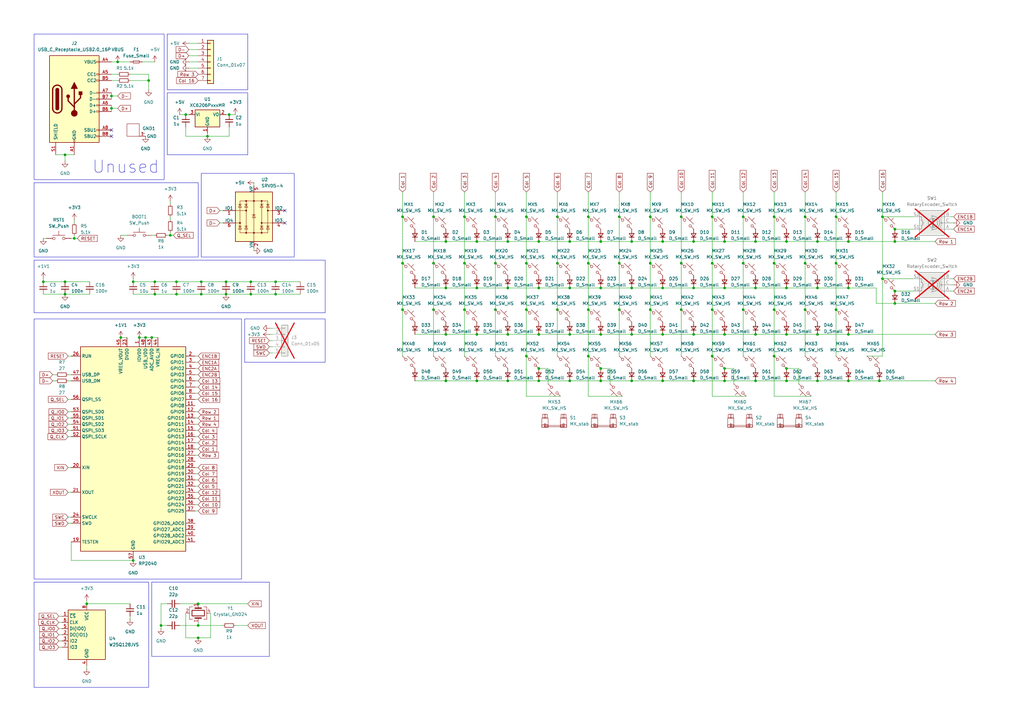
<source format=kicad_sch>
(kicad_sch (version 20231120) (generator "eeschema") (generator_version "8.0")
  (paper "A3")
  (junction (at 182.88 99.06))
  (junction (at 317.5 88.9))
  (junction (at 190.5 127))
  (junction (at 367.03 99.06))
  (junction (at 233.68 137.16))
  (junction (at 54.61 229.87))
  (junction (at 284.48 156.21))
  (junction (at 228.6 88.9))
  (junction (at 220.98 118.11))
  (junction (at 266.7 127))
  (junction (at 57.15 138.43))
  (junction (at 113.03 115.57))
  (junction (at 342.9 107.95))
  (junction (at 335.28 137.16))
  (junction (at 317.5 146.05))
  (junction (at 82.55 115.57))
  (junction (at 241.3 146.05))
  (junction (at 190.5 107.95))
  (junction (at 367.03 119.38))
  (junction (at 309.88 118.11))
  (junction (at 195.58 156.21))
  (junction (at 45.72 39.37))
  (junction (at 259.08 137.16))
  (junction (at 322.58 151.13))
  (junction (at 266.7 107.95))
  (junction (at 220.98 99.06))
  (junction (at 330.2 88.9))
  (junction (at 297.18 151.13))
  (junction (at 246.38 118.11))
  (junction (at 342.9 88.9))
  (junction (at 203.2 88.9))
  (junction (at 284.48 118.11))
  (junction (at 17.78 115.57))
  (junction (at 177.8 107.95))
  (junction (at 335.28 99.06))
  (junction (at 102.87 115.57))
  (junction (at 195.58 118.11))
  (junction (at 165.1 127))
  (junction (at 361.95 88.9))
  (junction (at 63.5 115.57))
  (junction (at 322.58 137.16))
  (junction (at 72.39 115.57))
  (junction (at 271.78 137.16))
  (junction (at 246.38 137.16))
  (junction (at 361.95 114.3))
  (junction (at 228.6 107.95))
  (junction (at 246.38 151.13))
  (junction (at 233.68 118.11))
  (junction (at 279.4 88.9))
  (junction (at 82.55 120.65))
  (junction (at 259.08 118.11))
  (junction (at 292.1 127))
  (junction (at 215.9 88.9))
  (junction (at 69.85 96.52))
  (junction (at 48.26 25.4))
  (junction (at 284.48 99.06))
  (junction (at 317.5 107.95))
  (junction (at 49.53 138.43))
  (junction (at 26.67 63.5))
  (junction (at 92.71 120.65))
  (junction (at 335.28 118.11))
  (junction (at 66.04 256.54))
  (junction (at 297.18 118.11))
  (junction (at 304.8 107.95))
  (junction (at 220.98 156.21))
  (junction (at 165.1 107.95))
  (junction (at 72.39 120.65))
  (junction (at 215.9 107.95))
  (junction (at 279.4 107.95))
  (junction (at 92.71 115.57))
  (junction (at 102.87 120.65))
  (junction (at 85.09 55.88))
  (junction (at 292.1 107.95))
  (junction (at 309.88 156.21))
  (junction (at 347.98 137.16))
  (junction (at 208.28 156.21))
  (junction (at 304.8 127))
  (junction (at 309.88 99.06))
  (junction (at 59.69 138.43))
  (junction (at 203.2 127))
  (junction (at 322.58 118.11))
  (junction (at 177.8 127))
  (junction (at 63.5 120.65))
  (junction (at 54.61 115.57))
  (junction (at 113.03 120.65))
  (junction (at 81.28 261.62))
  (junction (at 195.58 99.06))
  (junction (at 317.5 127))
  (junction (at 367.03 93.98))
  (junction (at 342.9 127))
  (junction (at 165.1 88.9))
  (junction (at 292.1 146.05))
  (junction (at 195.58 137.16))
  (junction (at 259.08 156.21))
  (junction (at 182.88 118.11))
  (junction (at 45.72 44.45))
  (junction (at 60.96 33.02))
  (junction (at 254 127))
  (junction (at 254 88.9))
  (junction (at 292.1 88.9))
  (junction (at 254 107.95))
  (junction (at 330.2 107.95))
  (junction (at 208.28 99.06))
  (junction (at 182.88 156.21))
  (junction (at 81.28 256.54))
  (junction (at 233.68 99.06))
  (junction (at 367.03 124.46))
  (junction (at 220.98 137.16))
  (junction (at 228.6 127))
  (junction (at 190.5 88.9))
  (junction (at 93.98 46.99))
  (junction (at 30.48 97.79))
  (junction (at 241.3 127))
  (junction (at 309.88 137.16))
  (junction (at 297.18 156.21))
  (junction (at 322.58 99.06))
  (junction (at 215.9 146.05))
  (junction (at 182.88 137.16))
  (junction (at 259.08 99.06))
  (junction (at 279.4 127))
  (junction (at 26.67 120.65))
  (junction (at 35.56 247.65))
  (junction (at 241.3 88.9))
  (junction (at 208.28 137.16))
  (junction (at 246.38 99.06))
  (junction (at 347.98 156.21))
  (junction (at 233.68 156.21))
  (junction (at 76.2 46.99))
  (junction (at 266.7 88.9))
  (junction (at 62.23 138.43))
  (junction (at 220.98 151.13))
  (junction (at 246.38 156.21))
  (junction (at 208.28 118.11))
  (junction (at 215.9 127))
  (junction (at 26.67 115.57))
  (junction (at 177.8 88.9))
  (junction (at 347.98 99.06))
  (junction (at 203.2 107.95))
  (junction (at 335.28 156.21))
  (junction (at 271.78 156.21))
  (junction (at 241.3 107.95))
  (junction (at 330.2 127))
  (junction (at 304.8 88.9))
  (junction (at 81.28 247.65))
  (junction (at 347.98 118.11))
  (junction (at 360.68 156.21))
  (junction (at 271.78 118.11))
  (junction (at 322.58 156.21))
  (junction (at 297.18 137.16))
  (junction (at 271.78 99.06))
  (junction (at 297.18 99.06))
  (junction (at 284.48 137.16))
  (no_connect (at 45.72 55.88))
  (no_connect (at 116.84 86.36))
  (no_connect (at 116.84 91.44))
  (no_connect (at 45.72 53.34))
  (wire (pts (xy 66.04 256.54) (xy 66.04 257.81)))
  (wire (pts (xy 53.34 33.02) (xy 60.96 33.02)))
  (wire (pts (xy 259.08 156.21) (xy 271.78 156.21)))
  (wire (pts (xy 60.96 30.48) (xy 60.96 33.02)))
  (wire (pts (xy 347.98 99.06) (xy 367.03 99.06)))
  (wire (pts (xy 72.39 115.57) (xy 82.55 115.57)))
  (wire (pts (xy 220.98 137.16) (xy 233.68 137.16)))
  (wire (pts (xy 361.95 78.74) (xy 361.95 88.9)))
  (wire (pts (xy 255.27 162.56) (xy 241.3 162.56)))
  (wire (pts (xy 228.6 107.95) (xy 228.6 127)))
  (wire (pts (xy 304.8 107.95) (xy 304.8 127)))
  (wire (pts (xy 284.48 156.21) (xy 297.18 156.21)))
  (wire (pts (xy 335.28 156.21) (xy 347.98 156.21)))
  (wire (pts (xy 45.72 39.37) (xy 45.72 40.64)))
  (wire (pts (xy 330.2 78.74) (xy 330.2 88.9)))
  (wire (pts (xy 17.78 114.3) (xy 17.78 115.57)))
  (wire (pts (xy 92.71 120.65) (xy 102.87 120.65)))
  (wire (pts (xy 297.18 99.06) (xy 309.88 99.06)))
  (wire (pts (xy 383.54 137.16) (xy 347.98 137.16)))
  (wire (pts (xy 224.79 151.13) (xy 220.98 151.13)))
  (wire (pts (xy 81.28 156.21) (xy 80.01 156.21)))
  (wire (pts (xy 182.88 137.16) (xy 195.58 137.16)))
  (wire (pts (xy 49.53 138.43) (xy 52.07 138.43)))
  (wire (pts (xy 68.58 247.65) (xy 66.04 247.65)))
  (wire (pts (xy 215.9 162.56) (xy 229.87 162.56)))
  (wire (pts (xy 63.5 115.57) (xy 72.39 115.57)))
  (wire (pts (xy 292.1 127) (xy 292.1 146.05)))
  (wire (pts (xy 322.58 137.16) (xy 335.28 137.16)))
  (wire (pts (xy 26.67 120.65) (xy 36.83 120.65)))
  (wire (pts (xy 300.99 151.13) (xy 297.18 151.13)))
  (wire (pts (xy 309.88 118.11) (xy 322.58 118.11)))
  (wire (pts (xy 190.5 78.74) (xy 190.5 88.9)))
  (wire (pts (xy 309.88 99.06) (xy 322.58 99.06)))
  (wire (pts (xy 48.26 39.37) (xy 45.72 39.37)))
  (wire (pts (xy 76.2 46.99) (xy 77.47 46.99)))
  (wire (pts (xy 284.48 99.06) (xy 297.18 99.06)))
  (wire (pts (xy 279.4 78.74) (xy 279.4 88.9)))
  (wire (pts (xy 190.5 127) (xy 190.5 146.05)))
  (wire (pts (xy 330.2 88.9) (xy 330.2 107.95)))
  (wire (pts (xy 182.88 118.11) (xy 195.58 118.11)))
  (wire (pts (xy 48.26 44.45) (xy 45.72 44.45)))
  (wire (pts (xy 330.2 127) (xy 330.2 146.05)))
  (wire (pts (xy 170.18 99.06) (xy 182.88 99.06)))
  (wire (pts (xy 170.18 118.11) (xy 182.88 118.11)))
  (wire (pts (xy 220.98 99.06) (xy 233.68 99.06)))
  (wire (pts (xy 22.86 63.5) (xy 26.67 63.5)))
  (wire (pts (xy 322.58 156.21) (xy 335.28 156.21)))
  (wire (pts (xy 81.28 256.54) (xy 81.28 255.27)))
  (wire (pts (xy 266.7 107.95) (xy 266.7 127)))
  (wire (pts (xy 317.5 107.95) (xy 317.5 127)))
  (wire (pts (xy 81.28 196.85) (xy 80.01 196.85)))
  (wire (pts (xy 69.85 88.9) (xy 69.85 90.17)))
  (wire (pts (xy 215.9 107.95) (xy 215.9 127)))
  (wire (pts (xy 190.5 88.9) (xy 190.5 107.95)))
  (wire (pts (xy 53.34 254) (xy 53.34 252.73)))
  (wire (pts (xy 165.1 78.74) (xy 165.1 88.9)))
  (wire (pts (xy 24.13 260.35) (xy 25.4 260.35)))
  (wire (pts (xy 317.5 88.9) (xy 317.5 107.95)))
  (wire (pts (xy 81.28 261.62) (xy 86.36 261.62)))
  (wire (pts (xy 241.3 162.56) (xy 241.3 146.05)))
  (wire (pts (xy 195.58 99.06) (xy 208.28 99.06)))
  (wire (pts (xy 81.28 151.13) (xy 80.01 151.13)))
  (wire (pts (xy 24.13 255.27) (xy 25.4 255.27)))
  (wire (pts (xy 113.03 115.57) (xy 123.19 115.57)))
  (wire (pts (xy 254 88.9) (xy 254 107.95)))
  (wire (pts (xy 208.28 156.21) (xy 220.98 156.21)))
  (wire (pts (xy 208.28 118.11) (xy 220.98 118.11)))
  (wire (pts (xy 81.28 146.05) (xy 80.01 146.05)))
  (wire (pts (xy 360.68 156.21) (xy 383.54 156.21)))
  (wire (pts (xy 391.16 93.98) (xy 389.89 93.98)))
  (wire (pts (xy 241.3 78.74) (xy 241.3 88.9)))
  (wire (pts (xy 73.66 256.54) (xy 81.28 256.54)))
  (wire (pts (xy 24.13 265.43) (xy 25.4 265.43)))
  (wire (pts (xy 233.68 137.16) (xy 246.38 137.16)))
  (wire (pts (xy 27.94 179.07) (xy 29.21 179.07)))
  (wire (pts (xy 81.28 163.83) (xy 80.01 163.83)))
  (wire (pts (xy 21.59 156.21) (xy 22.86 156.21)))
  (wire (pts (xy 91.44 256.54) (xy 81.28 256.54)))
  (wire (pts (xy 81.28 186.69) (xy 80.01 186.69)))
  (wire (pts (xy 110.49 144.78) (xy 111.76 144.78)))
  (wire (pts (xy 233.68 118.11) (xy 246.38 118.11)))
  (wire (pts (xy 27.94 191.77) (xy 29.21 191.77)))
  (wire (pts (xy 35.56 247.65) (xy 53.34 247.65)))
  (wire (pts (xy 203.2 88.9) (xy 203.2 107.95)))
  (wire (pts (xy 81.28 153.67) (xy 80.01 153.67)))
  (wire (pts (xy 233.68 99.06) (xy 246.38 99.06)))
  (wire (pts (xy 195.58 118.11) (xy 208.28 118.11)))
  (wire (pts (xy 27.94 214.63) (xy 29.21 214.63)))
  (wire (pts (xy 304.8 127) (xy 304.8 146.05)))
  (wire (pts (xy 259.08 118.11) (xy 271.78 118.11)))
  (wire (pts (xy 29.21 229.87) (xy 54.61 229.87)))
  (wire (pts (xy 27.94 146.05) (xy 29.21 146.05)))
  (wire (pts (xy 60.96 33.02) (xy 60.96 36.83)))
  (wire (pts (xy 24.13 262.89) (xy 25.4 262.89)))
  (wire (pts (xy 327.66 157.48) (xy 327.66 151.13)))
  (wire (pts (xy 90.17 91.44) (xy 91.44 91.44)))
  (wire (pts (xy 297.18 137.16) (xy 309.88 137.16)))
  (wire (pts (xy 71.12 96.52) (xy 69.85 96.52)))
  (wire (pts (xy 335.28 137.16) (xy 347.98 137.16)))
  (wire (pts (xy 17.78 97.79) (xy 19.05 97.79)))
  (wire (pts (xy 104.14 74.93) (xy 104.14 76.2)))
  (wire (pts (xy 241.3 127) (xy 241.3 146.05)))
  (wire (pts (xy 304.8 88.9) (xy 304.8 107.95)))
  (wire (pts (xy 48.26 25.4) (xy 53.34 25.4)))
  (wire (pts (xy 322.58 99.06) (xy 335.28 99.06)))
  (wire (pts (xy 246.38 156.21) (xy 259.08 156.21)))
  (wire (pts (xy 195.58 156.21) (xy 208.28 156.21)))
  (wire (pts (xy 93.98 52.07) (xy 93.98 55.88)))
  (wire (pts (xy 391.16 88.9) (xy 389.89 88.9)))
  (wire (pts (xy 54.61 120.65) (xy 63.5 120.65)))
  (wire (pts (xy 81.28 176.53) (xy 80.01 176.53)))
  (wire (pts (xy 102.87 120.65) (xy 113.03 120.65)))
  (wire (pts (xy 92.71 115.57) (xy 102.87 115.57)))
  (wire (pts (xy 304.8 78.74) (xy 304.8 88.9)))
  (wire (pts (xy 81.28 209.55) (xy 80.01 209.55)))
  (wire (pts (xy 190.5 107.95) (xy 190.5 127)))
  (wire (pts (xy 246.38 118.11) (xy 259.08 118.11)))
  (wire (pts (xy 292.1 107.95) (xy 292.1 127)))
  (wire (pts (xy 54.61 115.57) (xy 63.5 115.57)))
  (wire (pts (xy 110.49 134.62) (xy 111.76 134.62)))
  (wire (pts (xy 330.2 107.95) (xy 330.2 127)))
  (wire (pts (xy 81.28 207.01) (xy 80.01 207.01)))
  (wire (pts (xy 113.03 120.65) (xy 123.19 120.65)))
  (wire (pts (xy 279.4 127) (xy 279.4 146.05)))
  (wire (pts (xy 59.69 138.43) (xy 62.23 138.43)))
  (wire (pts (xy 335.28 99.06) (xy 347.98 99.06)))
  (wire (pts (xy 53.34 30.48) (xy 60.96 30.48)))
  (wire (pts (xy 165.1 107.95) (xy 165.1 127)))
  (wire (pts (xy 170.18 137.16) (xy 182.88 137.16)))
  (wire (pts (xy 27.94 173.99) (xy 29.21 173.99)))
  (wire (pts (xy 27.94 201.93) (xy 29.21 201.93)))
  (wire (pts (xy 342.9 78.74) (xy 342.9 88.9)))
  (wire (pts (xy 45.72 38.1) (xy 45.72 39.37)))
  (wire (pts (xy 73.66 46.99) (xy 76.2 46.99)))
  (wire (pts (xy 30.48 90.17) (xy 30.48 91.44)))
  (wire (pts (xy 165.1 88.9) (xy 165.1 107.95)))
  (wire (pts (xy 259.08 99.06) (xy 271.78 99.06)))
  (wire (pts (xy 367.03 119.38) (xy 374.65 119.38)))
  (wire (pts (xy 58.42 25.4) (xy 63.5 25.4)))
  (wire (pts (xy 104.14 102.87) (xy 104.14 101.6)))
  (wire (pts (xy 110.49 139.7) (xy 111.76 139.7)))
  (wire (pts (xy 63.5 120.65) (xy 72.39 120.65)))
  (wire (pts (xy 246.38 137.16) (xy 259.08 137.16)))
  (wire (pts (xy 45.72 43.18) (xy 45.72 44.45)))
  (wire (pts (xy 82.55 120.65) (xy 92.71 120.65)))
  (wire (pts (xy 271.78 118.11) (xy 284.48 118.11)))
  (wire (pts (xy 254 107.95) (xy 254 127)))
  (wire (pts (xy 81.28 191.77) (xy 80.01 191.77)))
  (wire (pts (xy 72.39 120.65) (xy 82.55 120.65)))
  (wire (pts (xy 177.8 107.95) (xy 177.8 127)))
  (wire (pts (xy 208.28 137.16) (xy 220.98 137.16)))
  (wire (pts (xy 215.9 78.74) (xy 215.9 88.9)))
  (wire (pts (xy 165.1 127) (xy 165.1 146.05)))
  (wire (pts (xy 279.4 88.9) (xy 279.4 107.95)))
  (wire (pts (xy 82.55 115.57) (xy 92.71 115.57)))
  (wire (pts (xy 215.9 88.9) (xy 215.9 107.95)))
  (wire (pts (xy 110.49 137.16) (xy 111.76 137.16)))
  (wire (pts (xy 292.1 88.9) (xy 292.1 107.95)))
  (wire (pts (xy 81.28 181.61) (xy 80.01 181.61)))
  (wire (pts (xy 266.7 88.9) (xy 266.7 107.95)))
  (wire (pts (xy 322.58 118.11) (xy 335.28 118.11)))
  (wire (pts (xy 292.1 78.74) (xy 292.1 88.9)))
  (wire (pts (xy 347.98 156.21) (xy 360.68 156.21)))
  (wire (pts (xy 374.65 93.98) (xy 367.03 93.98)))
  (wire (pts (xy 177.8 78.74) (xy 177.8 88.9)))
  (wire (pts (xy 228.6 78.74) (xy 228.6 88.9)))
  (wire (pts (xy 391.16 114.3) (xy 389.89 114.3)))
  (wire (pts (xy 81.28 158.75) (xy 80.01 158.75)))
  (wire (pts (xy 77.47 25.4) (xy 81.28 25.4)))
  (wire (pts (xy 342.9 127) (xy 342.9 146.05)))
  (wire (pts (xy 81.28 204.47) (xy 80.01 204.47)))
  (wire (pts (xy 250.19 151.13) (xy 250.19 157.48)))
  (wire (pts (xy 246.38 151.13) (xy 250.19 151.13)))
  (wire (pts (xy 76.2 55.88) (xy 85.09 55.88)))
  (wire (pts (xy 391.16 119.38) (xy 389.89 119.38)))
  (wire (pts (xy 391.16 91.44) (xy 389.89 91.44)))
  (wire (pts (xy 297.18 156.21) (xy 309.88 156.21)))
  (wire (pts (xy 81.28 199.39) (xy 80.01 199.39)))
  (wire (pts (xy 284.48 118.11) (xy 297.18 118.11)))
  (wire (pts (xy 361.95 88.9) (xy 361.95 114.3)))
  (wire (pts (xy 271.78 99.06) (xy 284.48 99.06)))
  (wire (pts (xy 30.48 96.52) (xy 30.48 97.79)))
  (wire (pts (xy 81.28 161.29) (xy 80.01 161.29)))
  (wire (pts (xy 27.94 171.45) (xy 29.21 171.45)))
  (wire (pts (xy 57.15 138.43) (xy 59.69 138.43)))
  (wire (pts (xy 284.48 137.16) (xy 297.18 137.16)))
  (wire (pts (xy 224.79 157.48) (xy 224.79 151.13)))
  (wire (pts (xy 48.26 33.02) (xy 45.72 33.02)))
  (wire (pts (xy 81.28 173.99) (xy 80.01 173.99)))
  (wire (pts (xy 342.9 88.9) (xy 342.9 107.95)))
  (wire (pts (xy 182.88 99.06) (xy 195.58 99.06)))
  (wire (pts (xy 266.7 78.74) (xy 266.7 88.9)))
  (wire (pts (xy 27.94 212.09) (xy 29.21 212.09)))
  (wire (pts (xy 317.5 162.56) (xy 317.5 146.05)))
  (wire (pts (xy 76.2 251.46) (xy 76.2 261.62)))
  (wire (pts (xy 66.04 247.65) (xy 66.04 256.54)))
  (wire (pts (xy 81.28 201.93) (xy 80.01 201.93)))
  (wire (pts (xy 361.95 146.05) (xy 355.6 146.05)))
  (wire (pts (xy 77.47 22.86) (xy 81.28 22.86)))
  (wire (pts (xy 45.72 30.48) (xy 48.26 30.48)))
  (wire (pts (xy 93.98 55.88) (xy 85.09 55.88)))
  (wire (pts (xy 81.28 168.91) (xy 80.01 168.91)))
  (wire (pts (xy 292.1 162.56) (xy 306.07 162.56)))
  (wire (pts (xy 335.28 118.11) (xy 347.98 118.11)))
  (wire (pts (xy 391.16 116.84) (xy 389.89 116.84)))
  (wire (pts (xy 27.94 168.91) (xy 29.21 168.91)))
  (wire (pts (xy 17.78 120.65) (xy 26.67 120.65)))
  (wire (pts (xy 69.85 82.55) (xy 69.85 83.82)))
  (wire (pts (xy 26.67 66.04) (xy 26.67 63.5)))
  (wire (pts (xy 31.75 97.79) (xy 30.48 97.79)))
  (wire (pts (xy 77.47 17.78) (xy 81.28 17.78)))
  (wire (pts (xy 220.98 156.21) (xy 233.68 156.21)))
  (wire (pts (xy 177.8 88.9) (xy 177.8 107.95)))
  (wire (pts (xy 215.9 127) (xy 215.9 146.05)))
  (wire (pts (xy 332.74 162.56) (xy 317.5 162.56)))
  (wire (pts (xy 254 78.74) (xy 254 88.9)))
  (wire (pts (xy 215.9 146.05) (xy 215.9 162.56)))
  (wire (pts (xy 292.1 146.05) (xy 292.1 162.56)))
  (wire (pts (xy 271.78 156.21) (xy 284.48 156.21)))
  (wire (pts (xy 317.5 127) (xy 317.5 146.05)))
  (wire (pts (xy 81.28 148.59) (xy 80.01 148.59)))
  (wire (pts (xy 81.28 179.07) (xy 80.01 179.07)))
  (wire (pts (xy 259.08 137.16) (xy 271.78 137.16)))
  (wire (pts (xy 27.94 153.67) (xy 29.21 153.67)))
  (wire (pts (xy 35.56 274.32) (xy 35.56 273.05)))
  (wire (pts (xy 203.2 78.74) (xy 203.2 88.9)))
  (wire (pts (xy 327.66 151.13) (xy 322.58 151.13)))
  (wire (pts (xy 170.18 156.21) (xy 182.88 156.21)))
  (wire (pts (xy 86.36 251.46) (xy 86.36 261.62)))
  (wire (pts (xy 203.2 107.95) (xy 203.2 127)))
  (wire (pts (xy 208.28 99.06) (xy 220.98 99.06)))
  (wire (pts (xy 96.52 46.99) (xy 93.98 46.99)))
  (wire (pts (xy 17.78 115.57) (xy 26.67 115.57)))
  (wire (pts (xy 45.72 44.45) (xy 45.72 45.72)))
  (wire (pts (xy 21.59 153.67) (xy 22.86 153.67)))
  (wire (pts (xy 81.28 184.15) (xy 80.01 184.15)))
  (wire (pts (xy 342.9 107.95) (xy 342.9 127)))
  (wire (pts (xy 246.38 99.06) (xy 259.08 99.06)))
  (wire (pts (xy 182.88 156.21) (xy 195.58 156.21)))
  (wire (pts (xy 54.61 114.3) (xy 54.61 115.57)))
  (wire (pts (xy 195.58 137.16) (xy 208.28 137.16)))
  (wire (pts (xy 233.68 156.21) (xy 246.38 156.21)))
  (wire (pts (xy 69.85 95.25) (xy 69.85 96.52)))
  (wire (pts (xy 228.6 127) (xy 228.6 146.05)))
  (wire (pts (xy 241.3 107.95) (xy 241.3 127)))
  (wire (pts (xy 81.28 194.31) (xy 80.01 194.31)))
  (wire (pts (xy 177.8 127) (xy 177.8 146.05)))
  (wire (pts (xy 81.28 247.65) (xy 101.6 247.65)))
  (wire (pts (xy 300.99 157.48) (xy 300.99 151.13)))
  (wire (pts (xy 77.47 27.94) (xy 81.28 27.94)))
  (wire (pts (xy 45.72 25.4) (xy 48.26 25.4)))
  (wire (pts (xy 81.28 171.45) (xy 80.01 171.45)))
  (wire (pts (xy 279.4 107.95) (xy 279.4 127)))
  (wire (pts (xy 76.2 261.62) (xy 81.28 261.62)))
  (wire (pts (xy 27.94 176.53) (xy 29.21 176.53)))
  (wire (pts (xy 30.48 97.79) (xy 29.21 97.79)))
  (wire (pts (xy 24.13 257.81) (xy 25.4 257.81)))
  (wire (pts (xy 317.5 78.74) (xy 317.5 88.9)))
  (wire (pts (xy 93.98 46.99) (xy 92.71 46.99)))
  (wire (pts (xy 309.88 137.16) (xy 322.58 137.16)))
  (wire (pts (xy 347.98 118.11) (xy 359.41 118.11)))
  (wire (pts (xy 26.67 63.5) (xy 30.48 63.5)))
  (wire (pts (xy 24.13 252.73) (xy 25.4 252.73)))
  (wire (pts (xy 76.2 52.07) (xy 76.2 55.88)))
  (wire (pts (xy 102.87 115.57) (xy 113.03 115.57)))
  (wire (pts (xy 228.6 88.9) (xy 228.6 107.95)))
  (wire (pts (xy 35.56 246.38) (xy 35.56 247.65)))
  (wire (pts (xy 69.85 96.52) (xy 68.58 96.52)))
  (wire (pts (xy 367.03 99.06) (xy 383.54 99.06)))
  (wire (pts (xy 220.98 118.11) (xy 233.68 118.11)))
  (wire (pts (xy 49.53 96.52) (xy 52.07 96.52)))
  (wire (pts (xy 361.95 114.3) (xy 374.65 114.3)))
  (wire (pts (xy 73.66 247.65) (xy 81.28 247.65)))
  (wire (pts (xy 309.88 156.21) (xy 322.58 156.21)))
  (wire (pts (xy 77.47 20.32) (xy 81.28 20.32)))
  (wire (pts (xy 63.5 96.52) (xy 62.23 96.52)))
  (wire (pts (xy 90.17 86.36) (xy 91.44 86.36)))
  (wire (pts (xy 359.41 118.11) (xy 359.41 124.46)))
  (wire (pts (xy 27.94 163.83) (xy 29.21 163.83)))
  (wire (pts (xy 96.52 256.54) (xy 101.6 256.54)))
  (wire (pts (xy 27.94 156.21) (xy 29.21 156.21)))
  (wire (pts (xy 62.23 138.43) (xy 64.77 138.43)))
  (wire (pts (xy 271.78 137.16) (xy 284.48 137.16)))
  (wire (pts (xy 297.18 118.11) (xy 309.88 118.11)))
  (wire (pts (xy 29.21 222.25) (xy 29.21 229.87)))
  (wire (pts (xy 85.09 55.88) (xy 85.09 54.61)))
  (wire (pts (xy 359.41 124.46) (xy 367.03 124.46)))
  (wire (pts (xy 266.7 127) (xy 266.7 146.05)))
  (wire (pts (xy 203.2 127) (xy 203.2 146.05)))
  (wire (pts (xy 361.95 88.9) (xy 374.65 88.9)))
  (wire (pts (xy 241.3 88.9) (xy 241.3 107.95)))
  (wire (pts (xy 26.67 115.57) (xy 36.83 115.57)))
  (wire (pts (xy 361.95 114.3) (xy 361.95 146.05)))
  (wire (pts (xy 66.04 256.54) (xy 68.58 256.54)))
  (wire (pts (xy 110.49 142.24) (xy 111.76 142.24)))
  (wire (pts (xy 367.03 124.46) (xy 383.54 124.46)))
  (wire (pts (xy 254 127) (xy 254 146.05)))
  (rectangle (start 13.97 106.68) (end 133.35 128.27))
  (rectangle (start 68.58 13.97) (end 101.6 36.83))
  (rectangle (start 68.58 38.1) (end 101.6 63.5))
  (rectangle (start 82.55 71.12) (end 120.65 105.41))
  (rectangle (start 62.23 238.76) (end 110.49 269.24))
  (rectangle (start 13.97 130.81) (end 99.06 237.49))
  (rectangle (start 100.33 130.81) (end 133.35 148.59))
  (rectangle (start 13.97 13.97) (end 67.31 73.66))
  (rectangle (start 13.97 238.76) (end 60.96 281.94))
  (rectangle (start 13.97 74.93) (end 81.28 105.41))
  (text "Unused" (at 51.562 68.58 0) (effects (font (size 5.08 5.08))))
  (global_label "Col 8" (shape input) (at 81.28 191.77 0) (property "Intersheetrefs" "${INTERSHEET_REFS}" (effects (hide yes))))
  (global_label "ENC2A" (shape input) (at 81.28 151.13 0) (property "Intersheetrefs" "${INTERSHEET_REFS}" (effects (hide yes))))
  (global_label "Q_IO2" (shape input) (at 27.94 173.99 180) (property "Intersheetrefs" "${INTERSHEET_REFS}" (effects (hide yes))))
  (global_label "ENC1B" (shape input) (at 391.16 88.9 0) (property "Intersheetrefs" "${INTERSHEET_REFS}" (effects (hide yes))))
  (global_label "Col 11" (shape input) (at 292.1 78.74 90) (property "Intersheetrefs" "${INTERSHEET_REFS}" (effects (hide yes))))
  (global_label "D-" (shape input) (at 77.47 20.32 180) (property "Intersheetrefs" "${INTERSHEET_REFS}" (effects (hide yes))))
  (global_label "XIN" (shape input) (at 101.6 247.65 0) (property "Intersheetrefs" "${INTERSHEET_REFS}" (effects (hide yes))))
  (global_label "D+" (shape input) (at 77.47 22.86 180) (property "Intersheetrefs" "${INTERSHEET_REFS}" (effects (hide yes))))
  (global_label "ENC2A" (shape input) (at 391.16 119.38 0) (property "Intersheetrefs" "${INTERSHEET_REFS}" (effects (hide yes))))
  (global_label "XIN" (shape input) (at 27.94 191.77 180) (property "Intersheetrefs" "${INTERSHEET_REFS}" (effects (hide yes))))
  (global_label "Col 15" (shape input) (at 342.9 78.74 90) (property "Intersheetrefs" "${INTERSHEET_REFS}" (effects (hide yes))))
  (global_label "Col 8" (shape input) (at 254 78.74 90) (property "Intersheetrefs" "${INTERSHEET_REFS}" (effects (hide yes))))
  (global_label "Col 2" (shape input) (at 177.8 78.74 90) (property "Intersheetrefs" "${INTERSHEET_REFS}" (effects (hide yes))))
  (global_label "Q_IO1" (shape input) (at 24.13 260.35 180) (property "Intersheetrefs" "${INTERSHEET_REFS}" (effects (hide yes))))
  (global_label "Col 12" (shape input) (at 81.28 201.93 0) (property "Intersheetrefs" "${INTERSHEET_REFS}" (effects (hide yes))))
  (global_label "Col 9" (shape input) (at 266.7 78.74 90) (property "Intersheetrefs" "${INTERSHEET_REFS}" (effects (hide yes))))
  (global_label "Q_SEL" (shape input) (at 24.13 252.73 180) (property "Intersheetrefs" "${INTERSHEET_REFS}" (effects (hide yes))))
  (global_label "Col 1" (shape input) (at 165.1 78.74 90) (property "Intersheetrefs" "${INTERSHEET_REFS}" (effects (hide yes))))
  (global_label "Q_IO1" (shape input) (at 27.94 171.45 180) (property "Intersheetrefs" "${INTERSHEET_REFS}" (effects (hide yes))))
  (global_label "Q_IO0" (shape input) (at 24.13 257.81 180) (property "Intersheetrefs" "${INTERSHEET_REFS}" (effects (hide yes))))
  (global_label "Q_IO3" (shape input) (at 27.94 176.53 180) (property "Intersheetrefs" "${INTERSHEET_REFS}" (effects (hide yes))))
  (global_label "Col 5" (shape input) (at 81.28 199.39 0) (property "Intersheetrefs" "${INTERSHEET_REFS}" (effects (hide yes))))
  (global_label "ENC2B" (shape input) (at 81.28 153.67 0) (property "Intersheetrefs" "${INTERSHEET_REFS}" (effects (hide yes))))
  (global_label "Col 5" (shape input) (at 215.9 78.74 90) (property "Intersheetrefs" "${INTERSHEET_REFS}" (effects (hide yes))))
  (global_label "Row 4" (shape input) (at 81.28 173.99 0) (property "Intersheetrefs" "${INTERSHEET_REFS}" (effects (hide yes))))
  (global_label "SWD" (shape input) (at 27.94 214.63 180) (property "Intersheetrefs" "${INTERSHEET_REFS}" (effects (hide yes))))
  (global_label "Col 13" (shape input) (at 81.28 156.21 0) (property "Intersheetrefs" "${INTERSHEET_REFS}" (effects (hide yes))))
  (global_label "Col 12" (shape input) (at 304.8 78.74 90) (property "Intersheetrefs" "${INTERSHEET_REFS}" (effects (hide yes))))
  (global_label "RESET" (shape input) (at 110.49 139.7 180) (property "Intersheetrefs" "${INTERSHEET_REFS}" (effects (hide yes))))
  (global_label "Col 3" (shape input) (at 190.5 78.74 90) (property "Intersheetrefs" "${INTERSHEET_REFS}" (effects (hide yes))))
  (global_label "Col 6" (shape input) (at 228.6 78.74 90) (property "Intersheetrefs" "${INTERSHEET_REFS}" (effects (hide yes))))
  (global_label "RESET" (shape input) (at 27.94 146.05 180) (property "Intersheetrefs" "${INTERSHEET_REFS}" (effects (hide yes))))
  (global_label "Q_IO3" (shape input) (at 24.13 265.43 180) (property "Intersheetrefs" "${INTERSHEET_REFS}" (effects (hide yes))))
  (global_label "Col 2" (shape input) (at 81.28 181.61 0) (property "Intersheetrefs" "${INTERSHEET_REFS}" (effects (hide yes))))
  (global_label "Q_SEL" (shape input) (at 71.12 96.52 0) (property "Intersheetrefs" "${INTERSHEET_REFS}" (effects (hide yes))))
  (global_label "SWC" (shape input) (at 27.94 212.09 180) (property "Intersheetrefs" "${INTERSHEET_REFS}" (effects (hide yes))))
  (global_label "Q_CLK" (shape input) (at 27.94 179.07 180) (property "Intersheetrefs" "${INTERSHEET_REFS}" (effects (hide yes))))
  (global_label "D+" (shape input) (at 48.26 44.45 0) (property "Intersheetrefs" "${INTERSHEET_REFS}" (effects (hide yes))))
  (global_label "Col 16" (shape input) (at 361.95 78.74 90) (property "Intersheetrefs" "${INTERSHEET_REFS}" (effects (hide yes))))
  (global_label "ENC2B" (shape input) (at 391.16 114.3 0) (property "Intersheetrefs" "${INTERSHEET_REFS}" (effects (hide yes))))
  (global_label "Col 13" (shape input) (at 317.5 78.74 90) (property "Intersheetrefs" "${INTERSHEET_REFS}" (effects (hide yes))))
  (global_label "RESET" (shape input) (at 31.75 97.79 0) (property "Intersheetrefs" "${INTERSHEET_REFS}" (effects (hide yes))))
  (global_label "ENC1B" (shape input) (at 81.28 146.05 0) (property "Intersheetrefs" "${INTERSHEET_REFS}" (effects (hide yes))))
  (global_label "Col 10" (shape input) (at 81.28 207.01 0) (property "Intersheetrefs" "${INTERSHEET_REFS}" (effects (hide yes))))
  (global_label "D+" (shape input) (at 90.17 86.36 180) (property "Intersheetrefs" "${INTERSHEET_REFS}" (effects (hide yes))))
  (global_label "ENC1A" (shape input) (at 391.16 93.98 0) (property "Intersheetrefs" "${INTERSHEET_REFS}" (effects (hide yes))))
  (global_label "Q_SEL" (shape input) (at 27.94 163.83 180) (property "Intersheetrefs" "${INTERSHEET_REFS}" (effects (hide yes))))
  (global_label "Row 4" (shape input) (at 383.54 156.21 0) (property "Intersheetrefs" "${INTERSHEET_REFS}" (effects (hide yes))))
  (global_label "Col 15" (shape input) (at 81.28 161.29 0) (property "Intersheetrefs" "${INTERSHEET_REFS}" (effects (hide yes))))
  (global_label "Row 1" (shape input) (at 81.28 171.45 0) (property "Intersheetrefs" "${INTERSHEET_REFS}" (effects (hide yes))))
  (global_label "Col 10" (shape input) (at 279.4 78.74 90) (property "Intersheetrefs" "${INTERSHEET_REFS}" (effects (hide yes))))
  (global_label "Col 11" (shape input) (at 81.28 204.47 0) (property "Intersheetrefs" "${INTERSHEET_REFS}" (effects (hide yes))))
  (global_label "Col 14" (shape input) (at 330.2 78.74 90) (property "Intersheetrefs" "${INTERSHEET_REFS}" (effects (hide yes))))
  (global_label "XOUT" (shape input) (at 27.94 201.93 180) (property "Intersheetrefs" "${INTERSHEET_REFS}" (effects (hide yes))))
  (global_label "Row 3" (shape input) (at 81.28 30.48 180) (property "Intersheetrefs" "${INTERSHEET_REFS}" (effects (hide yes))))
  (global_label "Col 16" (shape input) (at 81.28 163.83 0) (property "Intersheetrefs" "${INTERSHEET_REFS}" (effects (hide yes))))
  (global_label "Row 1" (shape input) (at 383.54 99.06 0) (property "Intersheetrefs" "${INTERSHEET_REFS}" (effects (hide yes))))
  (global_label "Row 2" (shape input) (at 383.54 124.46 0) (property "Intersheetrefs" "${INTERSHEET_REFS}" (effects (hide yes))))
  (global_label "D-" (shape input) (at 48.26 39.37 0) (property "Intersheetrefs" "${INTERSHEET_REFS}" (effects (hide yes))))
  (global_label "D-" (shape input) (at 90.17 91.44 180) (property "Intersheetrefs" "${INTERSHEET_REFS}" (effects (hide yes))))
  (global_label "Row 3" (shape input) (at 81.28 186.69 0) (property "Intersheetrefs" "${INTERSHEET_REFS}" (effects (hide yes))))
  (global_label "Col 4" (shape input) (at 81.28 176.53 0) (property "Intersheetrefs" "${INTERSHEET_REFS}" (effects (hide yes))))
  (global_label "Col 9" (shape input) (at 81.28 209.55 0) (property "Intersheetrefs" "${INTERSHEET_REFS}" (effects (hide yes))))
  (global_label "Col 7" (shape input) (at 81.28 194.31 0) (property "Intersheetrefs" "${INTERSHEET_REFS}" (effects (hide yes))))
  (global_label "Q_CLK" (shape input) (at 24.13 255.27 180) (property "Intersheetrefs" "${INTERSHEET_REFS}" (effects (hide yes))))
  (global_label "Col 1" (shape input) (at 81.28 184.15 0) (property "Intersheetrefs" "${INTERSHEET_REFS}" (effects (hide yes))))
  (global_label "ENC1A" (shape input) (at 81.28 148.59 0) (property "Intersheetrefs" "${INTERSHEET_REFS}" (effects (hide yes))))
  (global_label "XOUT" (shape input) (at 101.6 256.54 0) (property "Intersheetrefs" "${INTERSHEET_REFS}" (effects (hide yes))))
  (global_label "SWD" (shape input) (at 110.49 142.24 180) (property "Intersheetrefs" "${INTERSHEET_REFS}" (effects (hide yes))))
  (global_label "SWC" (shape input) (at 110.49 144.78 180) (property "Intersheetrefs" "${INTERSHEET_REFS}" (effects (hide yes))))
  (global_label "Row 3" (shape input) (at 383.54 137.16 0) (property "Intersheetrefs" "${INTERSHEET_REFS}" (effects (hide yes))))
  (global_label "D+" (shape input) (at 21.59 153.67 180) (property "Intersheetrefs" "${INTERSHEET_REFS}" (effects (hide yes))))
  (global_label "Col 4" (shape input) (at 203.2 78.74 90) (property "Intersheetrefs" "${INTERSHEET_REFS}" (effects (hide yes))))
  (global_label "Col 14" (shape input) (at 81.28 158.75 0) (property "Intersheetrefs" "${INTERSHEET_REFS}" (effects (hide yes))))
  (global_label "Q_IO2" (shape input) (at 24.13 262.89 180) (property "Intersheetrefs" "${INTERSHEET_REFS}" (effects (hide yes))))
  (global_label "Col 16" (shape input) (at 81.28 33.02 180) (property "Intersheetrefs" "${INTERSHEET_REFS}" (effects (hide yes))))
  (global_label "Col 3" (shape input) (at 81.28 179.07 0) (property "Intersheetrefs" "${INTERSHEET_REFS}" (effects (hide yes))))
  (global_label "Q_IO0" (shape input) (at 27.94 168.91 180) (property "Intersheetrefs" "${INTERSHEET_REFS}" (effects (hide yes))))
  (global_label "D-" (shape input) (at 21.59 156.21 180) (property "Intersheetrefs" "${INTERSHEET_REFS}" (effects (hide yes))))
  (global_label "Row 2" (shape input) (at 81.28 168.91 0) (property "Intersheetrefs" "${INTERSHEET_REFS}" (effects (hide yes))))
  (global_label "Col 6" (shape input) (at 81.28 196.85 0) (property "Intersheetrefs" "${INTERSHEET_REFS}" (effects (hide yes))))
  (global_label "Col 7" (shape input) (at 241.3 78.74 90) (property "Intersheetrefs" "${INTERSHEET_REFS}" (effects (hide yes))))
  (symbol (lib_id "Device:D_Small") (at 322.58 96.52 90) (unit 1)
    (property "Reference" "D13" (at 325.12 95.2499 90) (effects (justify right)))
    (property "Value" "D_Small" (at 325.12 97.7899 90) (effects (justify right)))
    (property "Footprint" "xomm:D_SOD-123_xomm" (effects (hide yes)))
    (property "Description" "Diode, small symbol" (effects (hide yes)))
    (property "Sim.Device" "D" (effects (hide yes)))
    (property "Sim.Pins" "1=K 2=A" (effects (hide yes)))
  )
  (symbol (lib_id "power:+3V3") (at 110.49 137.16 90) (unit 1)
    (property "Reference" "#PWR017" (effects (hide yes)))
    (property "Value" "+3V3" (at 106.68 137.1599 90) (effects (justify left)))
    (property "Description" "Power symbol creates a global label with name \"+3V3\"" (effects (hide yes)))
  )
  (symbol (lib_id "Device:C_Small") (at 53.34 250.19 0) (unit 1)
    (property "Reference" "C11" (at 55.88 248.9262 0) (effects (justify left)))
    (property "Value" "1u" (at 55.88 251.4662 0) (effects (justify left)))
    (property "Footprint" "Capacitor_SMD:C_0402_1005Metric" (effects (hide yes)))
    (property "Description" "Unpolarized capacitor, small symbol" (effects (hide yes)))
  )
  (symbol (lib_id "PCM_marbastlib-mx:MX_SW_HS_CPG151101S11") (at 256.54 129.54 0) (unit 1)
    (property "Reference" "MX40" (at 256.54 121.92 0))
    (property "Value" "MX_SW_HS" (at 256.54 124.46 0))
    (property "Footprint" "PCM_marbastlib-mx:SW_MX_HS_CPG151101S11_1u" (effects (hide yes)))
    (property "Description" "Push button switch, normally open, two pins, 45° tilted, Kailh CPG151101S11 for Cherry MX style switches" (effects (hide yes)))
  )
  (symbol (lib_id "power:GND") (at 49.53 96.52 0) (unit 1)
    (property "Reference" "#PWR014" (effects (hide yes)))
    (property "Value" "GND" (at 49.53 101.6 0))
    (property "Description" "Power symbol creates a global label with name \"GND\" , ground" (effects (hide yes)))
  )
  (symbol (lib_id "PCM_marbastlib-mx:MX_SW_HS_CPG151101S11") (at 364.49 91.44 0) (unit 1)
    (property "Reference" "MX16" (at 364.49 83.82 0))
    (property "Value" "MX_SW_HS" (at 364.49 86.36 0))
    (property "Footprint" "PCM_marbastlib-mx:SW_MX_HS_S_CPG151101S11_1u" (effects (hide yes)))
    (property "Description" "Push button switch, normally open, two pins, 45° tilted, Kailh CPG151101S11 for Cherry MX style switches" (effects (hide yes)))
  )
  (symbol (lib_id "PCM_marbastlib-mx:MX_SW_HS_CPG151101S11") (at 193.04 129.54 0) (unit 1)
    (property "Reference" "MX35" (at 193.04 121.92 0))
    (property "Value" "MX_SW_HS" (at 193.04 124.46 0))
    (property "Footprint" "PCM_marbastlib-mx:SW_MX_HS_CPG151101S11_1u" (effects (hide yes)))
    (property "Description" "Push button switch, normally open, two pins, 45° tilted, Kailh CPG151101S11 for Cherry MX style switches" (effects (hide yes)))
  )
  (symbol (lib_id "PCM_marbastlib-mx:MX_SW_HS_CPG151101S11") (at 269.24 129.54 0) (unit 1)
    (property "Reference" "MX41" (at 269.24 121.92 0))
    (property "Value" "MX_SW_HS" (at 269.24 124.46 0))
    (property "Footprint" "PCM_marbastlib-mx:SW_MX_HS_CPG151101S11_1u" (effects (hide yes)))
    (property "Description" "Push button switch, normally open, two pins, 45° tilted, Kailh CPG151101S11 for Cherry MX style switches" (effects (hide yes)))
  )
  (symbol (lib_id "power:GND") (at 104.14 102.87 90) (unit 1)
    (property "Reference" "#PWR016" (effects (hide yes)))
    (property "Value" "GND" (at 107.95 102.8699 90) (effects (justify right)))
    (property "Description" "Power symbol creates a global label with name \"GND\" , ground" (effects (hide yes)))
  )
  (symbol (lib_id "PCM_marbastlib-mx:MX_SW_HS_CPG151101S11") (at 205.74 110.49 0) (unit 1)
    (property "Reference" "MX20" (at 205.74 102.87 0))
    (property "Value" "MX_SW_HS" (at 205.74 105.41 0))
    (property "Footprint" "PCM_marbastlib-mx:SW_MX_HS_CPG151101S11_1u" (effects (hide yes)))
    (property "Description" "Push button switch, normally open, two pins, 45° tilted, Kailh CPG151101S11 for Cherry MX style switches" (effects (hide yes)))
  )
  (symbol (lib_id "power:GND") (at 53.34 254 0) (unit 1)
    (property "Reference" "#PWR027" (effects (hide yes)))
    (property "Value" "GND" (at 53.34 259.08 0))
    (property "Description" "Power symbol creates a global label with name \"GND\" , ground" (effects (hide yes)))
  )
  (symbol (lib_id "power:GND") (at 77.47 25.4 270) (unit 1)
    (property "Reference" "#PWR04" (effects (hide yes)))
    (property "Value" "GND" (at 73.66 25.3999 90) (effects (justify right)))
    (property "Description" "Power symbol creates a global label with name \"GND\" , ground" (effects (hide yes)))
  )
  (symbol (lib_id "Device:D_Small") (at 335.28 134.62 90) (unit 1)
    (property "Reference" "D46" (at 337.82 133.3499 90) (effects (justify right)))
    (property "Value" "D_Small" (at 337.82 135.8899 90) (effects (justify right)))
    (property "Footprint" "xomm:D_SOD-123_xomm" (effects (hide yes)))
    (property "Description" "Diode, small symbol" (effects (hide yes)))
    (property "Sim.Device" "D" (effects (hide yes)))
    (property "Sim.Pins" "1=K 2=A" (effects (hide yes)))
  )
  (symbol (lib_id "power:+3V3") (at 35.56 246.38 0) (unit 1)
    (property "Reference" "#PWR026" (effects (hide yes)))
    (property "Value" "+3V3" (at 35.56 241.3 0))
    (property "Description" "Power symbol creates a global label with name \"+3V3\"" (effects (hide yes)))
  )
  (symbol (lib_id "power:+5V") (at 104.14 74.93 90) (unit 1)
    (property "Reference" "#PWR011" (effects (hide yes)))
    (property "Value" "+5V" (at 100.33 74.9299 90) (effects (justify left)))
    (property "Description" "Power symbol creates a global label with name \"+5V\"" (effects (hide yes)))
  )
  (symbol (lib_id "PCM_marbastlib-mx:MX_stab") (at 247.65 172.72 0) (unit 1)
    (property "Reference" "S3" (at 254 171.3229 0) (effects (justify left)))
    (property "Value" "MX_stab" (at 254 173.8629 0) (effects (justify left)))
    (property "Footprint" "PCM_marbastlib-mx:STAB_MX_P_2u" (effects (hide yes)))
    (property "Description" "Cherry MX-style stabilizer" (effects (hide yes)))
  )
  (symbol (lib_id "PCM_marbastlib-mx:MX_SW_HS_CPG151101S11") (at 294.64 110.49 0) (unit 1)
    (property "Reference" "MX27" (at 294.64 102.87 0))
    (property "Value" "MX_SW_HS" (at 294.64 105.41 0))
    (property "Footprint" "PCM_marbastlib-mx:SW_MX_HS_CPG151101S11_1u" (effects (hide yes)))
    (property "Description" "Push button switch, normally open, two pins, 45° tilted, Kailh CPG151101S11 for Cherry MX style switches" (effects (hide yes)))
  )
  (symbol (lib_id "Device:D_Small") (at 271.78 153.67 90) (unit 1)
    (property "Reference" "D57" (at 274.32 152.3999 90) (effects (justify right)))
    (property "Value" "D_Small" (at 274.32 154.9399 90) (effects (justify right)))
    (property "Footprint" "xomm:D_SOD-123_xomm" (effects (hide yes)))
    (property "Description" "Diode, small symbol" (effects (hide yes)))
    (property "Sim.Device" "D" (effects (hide yes)))
    (property "Sim.Pins" "1=K 2=A" (effects (hide yes)))
  )
  (symbol (lib_id "Device:D_Small") (at 335.28 96.52 90) (unit 1)
    (property "Reference" "D14" (at 337.82 95.2499 90) (effects (justify right)))
    (property "Value" "D_Small" (at 337.82 97.7899 90) (effects (justify right)))
    (property "Footprint" "xomm:D_SOD-123_xomm" (effects (hide yes)))
    (property "Description" "Diode, small symbol" (effects (hide yes)))
    (property "Sim.Device" "D" (effects (hide yes)))
    (property "Sim.Pins" "1=K 2=A" (effects (hide yes)))
  )
  (symbol (lib_id "Device:D_Small") (at 259.08 115.57 90) (unit 1)
    (property "Reference" "D24" (at 261.62 114.2999 90) (effects (justify right)))
    (property "Value" "D_Small" (at 261.62 116.8399 90) (effects (justify right)))
    (property "Footprint" "xomm:D_SOD-123_xomm" (effects (hide yes)))
    (property "Description" "Diode, small symbol" (effects (hide yes)))
    (property "Sim.Device" "D" (effects (hide yes)))
    (property "Sim.Pins" "1=K 2=A" (effects (hide yes)))
  )
  (symbol (lib_id "power:+3V3") (at 54.61 114.3 0) (unit 1)
    (property "Reference" "#PWR019" (effects (hide yes)))
    (property "Value" "+3V3" (at 54.61 109.22 0))
    (property "Description" "Power symbol creates a global label with name \"+3V3\"" (effects (hide yes)))
  )
  (symbol (lib_id "Device:D_Small") (at 367.03 121.92 90) (unit 1)
    (property "Reference" "D32" (at 369.57 120.6499 90) (effects (justify right)))
    (property "Value" "D_Small" (at 369.57 123.1899 90) (effects (justify right)))
    (property "Footprint" "xomm:D_SOD-123_xomm" (effects (hide yes)))
    (property "Description" "Diode, small symbol" (effects (hide yes)))
    (property "Sim.Device" "D" (effects (hide yes)))
    (property "Sim.Pins" "1=K 2=A" (effects (hide yes)))
  )
  (symbol (lib_id "PCM_marbastlib-mx:MX_SW_HS_CPG151101S11") (at 345.44 129.54 0) (unit 1)
    (property "Reference" "MX47" (at 345.44 121.92 0))
    (property "Value" "MX_SW_HS" (at 345.44 124.46 0))
    (property "Footprint" "PCM_marbastlib-mx:SW_MX_HS_CPG151101S11_1u" (effects (hide yes)))
    (property "Description" "Push button switch, normally open, two pins, 45° tilted, Kailh CPG151101S11 for Cherry MX style switches" (effects (hide yes)))
  )
  (symbol (lib_id "PCM_marbastlib-mx:MX_SW_HS_CPG151101S11") (at 227.33 160.02 180) (unit 1)
    (property "Reference" "MX53" (at 227.33 164.846 0))
    (property "Value" "MX_SW_HS" (at 227.33 167.386 0))
    (property "Footprint" "PCM_marbastlib-mx:SW_MX_HS_S_CPG151101S11_1u" (effects (hide yes)))
    (property "Description" "Push button switch, normally open, two pins, 45° tilted, Kailh CPG151101S11 for Cherry MX style switches" (effects (hide yes)))
  )
  (symbol (lib_id "Device:C_Small") (at 54.61 118.11 0) (unit 1)
    (property "Reference" "C5" (at 57.15 116.8462 0) (effects (justify left)))
    (property "Value" "10u" (at 57.15 119.3862 0) (effects (justify left)))
    (property "Footprint" "Capacitor_SMD:C_0603_1608Metric" (effects (hide yes)))
    (property "Description" "Unpolarized capacitor, small symbol" (effects (hide yes)))
  )
  (symbol (lib_id "PCM_marbastlib-various:SRV05-4") (at 104.14 88.9 0) (unit 1)
    (property "Reference" "U2" (at 107.1565 73.66 0) (effects (justify left)))
    (property "Value" "SRV05-4" (at 107.1565 76.2 0) (effects (justify left)))
    (property "Footprint" "PCM_marbastlib-various:SOT-23-6-routable" (effects (hide yes)))
    (property "Datasheet" "http://www.onsemi.com/pub/Collateral/SRV05-4-D.PDF" (effects (hide yes)))
    (property "Description" "ESD Protection Diodes with Low Clamping Voltage, SOT-23-6" (effects (hide yes)))
  )
  (symbol (lib_id "Device:D_Small") (at 195.58 96.52 90) (unit 1)
    (property "Reference" "D3" (at 198.12 95.2499 90) (effects (justify right)))
    (property "Value" "D_Small" (at 198.12 97.7899 90) (effects (justify right)))
    (property "Footprint" "xomm:D_SOD-123_xomm" (effects (hide yes)))
    (property "Description" "Diode, small symbol" (effects (hide yes)))
    (property "Sim.Device" "D" (effects (hide yes)))
    (property "Sim.Pins" "1=K 2=A" (effects (hide yes)))
  )
  (symbol (lib_id "Device:D_Small") (at 284.48 96.52 90) (unit 1)
    (property "Reference" "D10" (at 287.02 95.2499 90) (effects (justify right)))
    (property "Value" "D_Small" (at 287.02 97.7899 90) (effects (justify right)))
    (property "Footprint" "xomm:D_SOD-123_xomm" (effects (hide yes)))
    (property "Description" "Diode, small symbol" (effects (hide yes)))
    (property "Sim.Device" "D" (effects (hide yes)))
    (property "Sim.Pins" "1=K 2=A" (effects (hide yes)))
  )
  (symbol (lib_id "PCM_marbastlib-mx:MX_SW_HS_CPG151101S11") (at 218.44 91.44 0) (unit 1)
    (property "Reference" "MX5" (at 218.44 83.82 0))
    (property "Value" "MX_SW_HS" (at 218.44 86.36 0))
    (property "Footprint" "PCM_marbastlib-mx:SW_MX_HS_CPG151101S11_1u" (effects (hide yes)))
    (property "Description" "Push button switch, normally open, two pins, 45° tilted, Kailh CPG151101S11 for Cherry MX style switches" (effects (hide yes)))
  )
  (symbol (lib_id "Device:R_Small") (at 25.4 156.21 90) (unit 1)
    (property "Reference" "R8" (at 25.4 158.496 90))
    (property "Value" "27" (at 25.4 161.036 90))
    (property "Footprint" "Resistor_SMD:R_0402_1005Metric" (effects (hide yes)))
    (property "Description" "Resistor, small symbol" (effects (hide yes)))
  )
  (symbol (lib_id "PCM_marbastlib-mx:MX_stab") (at 323.85 172.72 0) (unit 1)
    (property "Reference" "S4" (at 330.2 171.3229 0) (effects (justify left)))
    (property "Value" "MX_stab" (at 330.2 173.8629 0) (effects (justify left)))
    (property "Footprint" "PCM_marbastlib-mx:STAB_MX_P_2u" (effects (hide yes)))
    (property "Description" "Cherry MX-style stabilizer" (effects (hide yes)))
  )
  (symbol (lib_id "Device:D_Small") (at 284.48 134.62 90) (unit 1)
    (property "Reference" "D42" (at 287.02 133.3499 90) (effects (justify right)))
    (property "Value" "D_Small" (at 287.02 135.8899 90) (effects (justify right)))
    (property "Footprint" "xomm:D_SOD-123_xomm" (effects (hide yes)))
    (property "Description" "Diode, small symbol" (effects (hide yes)))
    (property "Sim.Device" "D" (effects (hide yes)))
    (property "Sim.Pins" "1=K 2=A" (effects (hide yes)))
  )
  (symbol (lib_id "Device:R_Small") (at 93.98 256.54 90) (unit 1)
    (property "Reference" "R9" (at 93.98 258.826 90))
    (property "Value" "1k" (at 93.98 261.366 90))
    (property "Footprint" "Resistor_SMD:R_0402_1005Metric" (effects (hide yes)))
    (property "Description" "Resistor, small symbol" (effects (hide yes)))
  )
  (symbol (lib_id "Device:D_Small") (at 246.38 134.62 90) (unit 1)
    (property "Reference" "D39" (at 248.92 133.3499 90) (effects (justify right)))
    (property "Value" "D_Small" (at 248.92 135.8899 90) (effects (justify right)))
    (property "Footprint" "xomm:D_SOD-123_xomm" (effects (hide yes)))
    (property "Description" "Diode, small symbol" (effects (hide yes)))
    (property "Sim.Device" "D" (effects (hide yes)))
    (property "Sim.Pins" "1=K 2=A" (effects (hide yes)))
  )
  (symbol (lib_id "PCM_marbastlib-mx:MX_SW_HS_CPG151101S11") (at 167.64 91.44 0) (unit 1)
    (property "Reference" "MX1" (at 167.64 83.82 0))
    (property "Value" "MX_SW_HS" (at 167.64 86.36 0))
    (property "Footprint" "PCM_marbastlib-mx:SW_MX_HS_S_CPG151101S11_1u" (effects (hide yes)))
    (property "Description" "Push button switch, normally open, two pins, 45° tilted, Kailh CPG151101S11 for Cherry MX style switches" (effects (hide yes)))
  )
  (symbol (lib_id "PCM_marbastlib-mx:MX_SW_HS_CPG151101S11") (at 256.54 110.49 0) (unit 1)
    (property "Reference" "MX24" (at 256.54 102.87 0))
    (property "Value" "MX_SW_HS" (at 256.54 105.41 0))
    (property "Footprint" "PCM_marbastlib-mx:SW_MX_HS_CPG151101S11_1u" (effects (hide yes)))
    (property "Description" "Push button switch, normally open, two pins, 45° tilted, Kailh CPG151101S11 for Cherry MX style switches" (effects (hide yes)))
  )
  (symbol (lib_id "PCM_marbastlib-mx:MX_SW_HS_CPG151101S11") (at 180.34 129.54 0) (unit 1)
    (property "Reference" "MX34" (at 180.34 121.92 0))
    (property "Value" "MX_SW_HS" (at 180.34 124.46 0))
    (property "Footprint" "PCM_marbastlib-mx:SW_MX_HS_CPG151101S11_1u" (effects (hide yes)))
    (property "Description" "Push button switch, normally open, two pins, 45° tilted, Kailh CPG151101S11 for Cherry MX style switches" (effects (hide yes)))
  )
  (symbol (lib_id "Memory_Flash:W25Q128JVS") (at 35.56 260.35 0) (unit 1)
    (property "Reference" "U4" (at 44.704 261.874 0) (effects (justify left)))
    (property "Value" "W25Q128JVS" (at 44.704 264.414 0) (effects (justify left)))
    (property "Footprint" "Package_SO:SOIC-8_5.23x5.23mm_P1.27mm" (effects (hide yes)))
    (property "Datasheet" "http://www.winbond.com/resource-files/w25q128jv_dtr%20revc%2003272018%20plus.pdf" (effects (hide yes)))
    (property "Description" "128Mb Serial Flash Memory, Standard/Dual/Quad SPI, SOIC-8" (effects (hide yes)))
  )
  (symbol (lib_id "PCM_marbastlib-mx:MX_SW_HS_CPG151101S11") (at 345.44 91.44 0) (unit 1)
    (property "Reference" "MX15" (at 345.44 83.82 0))
    (property "Value" "MX_SW_HS" (at 345.44 86.36 0))
    (property "Footprint" "PCM_marbastlib-mx:SW_MX_HS_CPG151101S11_1u" (effects (hide yes)))
    (property "Description" "Push button switch, normally open, two pins, 45° tilted, Kailh CPG151101S11 for Cherry MX style switches" (effects (hide yes)))
  )
  (symbol (lib_id "power:GND") (at 26.67 120.65 0) (unit 1)
    (property "Reference" "#PWR021" (effects (hide yes)))
    (property "Value" "GND" (at 26.67 125.73 0))
    (property "Description" "Power symbol creates a global label with name \"GND\" , ground" (effects (hide yes)))
  )
  (symbol (lib_id "Device:D_Small") (at 208.28 115.57 90) (unit 1)
    (property "Reference" "D20" (at 210.82 114.2999 90) (effects (justify right)))
    (property "Value" "D_Small" (at 210.82 116.8399 90) (effects (justify right)))
    (property "Footprint" "xomm:D_SOD-123_xomm" (effects (hide yes)))
    (property "Description" "Diode, small symbol" (effects (hide yes)))
    (property "Sim.Device" "D" (effects (hide yes)))
    (property "Sim.Pins" "1=K 2=A" (effects (hide yes)))
  )
  (symbol (lib_id "PCM_marbastlib-mx:MX_SW_HS_CPG151101S11") (at 332.74 148.59 0) (unit 1)
    (property "Reference" "MX63" (at 332.74 140.97 0))
    (property "Value" "MX_SW_HS" (at 332.74 143.51 0))
    (property "Footprint" "PCM_marbastlib-mx:SW_MX_HS_S_CPG151101S11_1u" (effects (hide yes)))
    (property "Description" "Push button switch, normally open, two pins, 45° tilted, Kailh CPG151101S11 for Cherry MX style switches" (effects (hide yes)))
  )
  (symbol (lib_id "PCM_marbastlib-mx:MX_stab") (at 227.33 172.72 0) (unit 1)
    (property "Reference" "S1" (at 233.68 171.3229 0) (effects (justify left)))
    (property "Value" "MX_stab" (at 233.68 173.8629 0) (effects (justify left)))
    (property "Footprint" "PCM_marbastlib-mx:STAB_MX_P_2u" (effects (hide yes)))
    (property "Description" "Cherry MX-style stabilizer" (effects (hide yes)))
  )
  (symbol (lib_id "power:GND") (at 391.16 116.84 90) (unit 1)
    (property "Reference" "#PWR032" (effects (hide yes)))
    (property "Value" "GND" (at 394.97 116.8399 90) (effects (justify right)))
    (property "Description" "Power symbol creates a global label with name \"GND\" , ground" (effects (hide yes)))
  )
  (symbol (lib_id "Device:D_Small") (at 309.88 153.67 90) (unit 1)
    (property "Reference" "D61" (at 312.42 152.3999 90) (effects (justify right)))
    (property "Value" "D_Small" (at 312.42 154.9399 90) (effects (justify right)))
    (property "Footprint" "xomm:D_SOD-123_xomm" (effects (hide yes)))
    (property "Description" "Diode, small symbol" (effects (hide yes)))
    (property "Sim.Device" "D" (effects (hide yes)))
    (property "Sim.Pins" "1=K 2=A" (effects (hide yes)))
  )
  (symbol (lib_id "PCM_marbastlib-mx:MX_SW_HS_CPG151101S11") (at 294.64 148.59 0) (unit 1)
    (property "Reference" "MX59" (at 294.64 140.97 0))
    (property "Value" "MX_SW_HS" (at 294.64 143.51 0))
    (property "Footprint" "PCM_marbastlib-mx:SW_MX_HS_S_CPG151101S11_1u" (effects (hide yes)))
    (property "Description" "Push button switch, normally open, two pins, 45° tilted, Kailh CPG151101S11 for Cherry MX style switches" (effects (hide yes)))
  )
  (symbol (lib_id "PCM_marbastlib-mx:MX_SW_HS_CPG151101S11") (at 294.64 129.54 0) (unit 1)
    (property "Reference" "MX43" (at 294.64 121.92 0))
    (property "Value" "MX_SW_HS" (at 294.64 124.46 0))
    (property "Footprint" "PCM_marbastlib-mx:SW_MX_HS_CPG151101S11_1u" (effects (hide yes)))
    (property "Description" "Push button switch, normally open, two pins, 45° tilted, Kailh CPG151101S11 for Cherry MX style switches" (effects (hide yes)))
  )
  (symbol (lib_id "Device:D_Small") (at 182.88 96.52 90) (unit 1)
    (property "Reference" "D2" (at 185.42 95.2499 90) (effects (justify right)))
    (property "Value" "D_Small" (at 185.42 97.7899 90) (effects (justify right)))
    (property "Footprint" "xomm:D_SOD-123_xomm" (effects (hide yes)))
    (property "Description" "Diode, small symbol" (effects (hide yes)))
    (property "Sim.Device" "D" (effects (hide yes)))
    (property "Sim.Pins" "1=K 2=A" (effects (hide yes)))
  )
  (symbol (lib_id "PCM_marbastlib-mx:MX_SW_HS_CPG151101S11") (at 180.34 110.49 0) (unit 1)
    (property "Reference" "MX18" (at 180.34 102.87 0))
    (property "Value" "MX_SW_HS" (at 180.34 105.41 0))
    (property "Footprint" "PCM_marbastlib-mx:SW_MX_HS_CPG151101S11_1u" (effects (hide yes)))
    (property "Description" "Push button switch, normally open, two pins, 45° tilted, Kailh CPG151101S11 for Cherry MX style switches" (effects (hide yes)))
  )
  (symbol (lib_id "power:+5V") (at 63.5 25.4 0) (unit 1) (on_board no)
    (property "Reference" "#PWR03" (effects (hide yes)))
    (property "Value" "+5V" (at 63.5 20.32 0))
    (property "Description" "Power symbol creates a global label with name \"+5V\"" (effects (hide yes)))
  )
  (symbol (lib_id "power:GND") (at 54.61 229.87 0) (unit 1)
    (property "Reference" "#PWR025" (effects (hide yes)))
    (property "Value" "GND" (at 54.61 234.95 0))
    (property "Description" "Power symbol creates a global label with name \"GND\" , ground" (effects (hide yes)))
  )
  (symbol (lib_id "Device:D_Small") (at 367.03 96.52 90) (unit 1)
    (property "Reference" "D16" (at 369.57 95.2499 90) (effects (justify right)))
    (property "Value" "D_Small" (at 369.57 97.7899 90) (effects (justify right)))
    (property "Footprint" "xomm:D_SOD-123_xomm" (effects (hide yes)))
    (property "Description" "Diode, small symbol" (effects (hide yes)))
    (property "Sim.Device" "D" (effects (hide yes)))
    (property "Sim.Pins" "1=K 2=A" (effects (hide yes)))
  )
  (symbol (lib_id "PCM_marbastlib-mx:MX_SW_HS_CPG151101S11") (at 243.84 91.44 0) (unit 1)
    (property "Reference" "MX7" (at 243.84 83.82 0))
    (property "Value" "MX_SW_HS" (at 243.84 86.36 0))
    (property "Footprint" "PCM_marbastlib-mx:SW_MX_HS_CPG151101S11_1u" (effects (hide yes)))
    (property "Description" "Push button switch, normally open, two pins, 45° tilted, Kailh CPG151101S11 for Cherry MX style switches" (effects (hide yes)))
  )
  (symbol (lib_id "PCM_marbastlib-mx:MX_SW_HS_CPG151101S11") (at 303.53 160.02 180) (unit 1)
    (property "Reference" "MX60" (at 303.53 164.846 0))
    (property "Value" "MX_SW_HS" (at 303.53 167.386 0))
    (property "Footprint" "PCM_marbastlib-mx:SW_MX_HS_S_CPG151101S11_1u" (effects (hide yes)))
    (property "Description" "Push button switch, normally open, two pins, 45° tilted, Kailh CPG151101S11 for Cherry MX style switches" (effects (hide yes)))
  )
  (symbol (lib_id "PCM_marbastlib-mx:MX_SW_HS_CPG151101S11") (at 281.94 148.59 0) (unit 1)
    (property "Reference" "MX58" (at 281.94 140.97 0))
    (property "Value" "MX_SW_HS" (at 281.94 143.51 0))
    (property "Footprint" "PCM_marbastlib-mx:SW_MX_HS_CPG151101S11_1u" (effects (hide yes)))
    (property "Description" "Push button switch, normally open, two pins, 45° tilted, Kailh CPG151101S11 for Cherry MX style switches" (effects (hide yes)))
  )
  (symbol (lib_id "Device:D_Small") (at 220.98 96.52 90) (unit 1)
    (property "Reference" "D5" (at 223.52 95.2499 90) (effects (justify right)))
    (property "Value" "D_Small" (at 223.52 97.7899 90) (effects (justify right)))
    (property "Footprint" "xomm:D_SOD-123_xomm" (effects (hide yes)))
    (property "Description" "Diode, small symbol" (effects (hide yes)))
    (property "Sim.Device" "D" (effects (hide yes)))
    (property "Sim.Pins" "1=K 2=A" (effects (hide yes)))
  )
  (symbol (lib_id "PCM_marbastlib-mx:MX_SW_HS_CPG151101S11") (at 330.2 160.02 180) (unit 1)
    (property "Reference" "MX67" (at 330.2 164.846 0))
    (property "Value" "MX_SW_HS" (at 330.2 167.386 0))
    (property "Footprint" "PCM_marbastlib-mx:SW_MX_HS_S_CPG151101S11_1u" (effects (hide yes)))
    (property "Description" "Push button switch, normally open, two pins, 45° tilted, Kailh CPG151101S11 for Cherry MX style switches" (effects (hide yes)))
  )
  (symbol (lib_id "Device:C_Small") (at 92.71 118.11 0) (unit 1)
    (property "Reference" "C9" (at 95.25 116.8462 0) (effects (justify left)))
    (property "Value" "100n" (at 95.25 119.3862 0) (effects (justify left)))
    (property "Footprint" "Capacitor_SMD:C_0402_1005Metric" (effects (hide yes)))
    (property "Description" "Unpolarized capacitor, small symbol" (effects (hide yes)))
  )
  (symbol (lib_id "Device:D_Small") (at 347.98 96.52 90) (unit 1)
    (property "Reference" "D15" (at 350.52 95.2499 90) (effects (justify right)))
    (property "Value" "D_Small" (at 350.52 97.7899 90) (effects (justify right)))
    (property "Footprint" "xomm:D_SOD-123_xomm" (effects (hide yes)))
    (property "Description" "Diode, small symbol" (effects (hide yes)))
    (property "Sim.Device" "D" (effects (hide yes)))
    (property "Sim.Pins" "1=K 2=A" (effects (hide yes)))
  )
  (symbol (lib_id "power:+1V1") (at 49.53 138.43 0) (unit 1)
    (property "Reference" "#PWR023" (effects (hide yes)))
    (property "Value" "+1V1" (at 49.53 133.35 0))
    (property "Description" "Power symbol creates a global label with name \"+1V1\"" (effects (hide yes)))
  )
  (symbol (lib_id "Device:D_Small") (at 246.38 96.52 90) (unit 1)
    (property "Reference" "D7" (at 248.92 95.2499 90) (effects (justify right)))
    (property "Value" "D_Small" (at 248.92 97.7899 90) (effects (justify right)))
    (property "Footprint" "xomm:D_SOD-123_xomm" (effects (hide yes)))
    (property "Description" "Diode, small symbol" (effects (hide yes)))
    (property "Sim.Device" "D" (effects (hide yes)))
    (property "Sim.Pins" "1=K 2=A" (effects (hide yes)))
  )
  (symbol (lib_id "Device:C_Small") (at 36.83 118.11 0) (unit 1)
    (property "Reference" "C16" (at 39.116 116.84 0) (effects (justify left)))
    (property "Value" "100n" (at 39.116 119.38 0) (effects (justify left)))
    (property "Footprint" "Capacitor_SMD:C_0402_1005Metric" (effects (hide yes)))
    (property "Description" "Unpolarized capacitor, small symbol" (effects (hide yes)))
  )
  (symbol (lib_id "Device:D_Small") (at 208.28 96.52 90) (unit 1)
    (property "Reference" "D4" (at 210.82 95.2499 90) (effects (justify right)))
    (property "Value" "D_Small" (at 210.82 97.7899 90) (effects (justify right)))
    (property "Footprint" "xomm:D_SOD-123_xomm" (effects (hide yes)))
    (property "Description" "Diode, small symbol" (effects (hide yes)))
    (property "Sim.Device" "D" (effects (hide yes)))
    (property "Sim.Pins" "1=K 2=A" (effects (hide yes)))
  )
  (symbol (lib_id "PCM_marbastlib-mx:MX_SW_HS_CPG151101S11") (at 243.84 129.54 0) (unit 1)
    (property "Reference" "MX39" (at 243.84 121.92 0))
    (property "Value" "MX_SW_HS" (at 243.84 124.46 0))
    (property "Footprint" "PCM_marbastlib-mx:SW_MX_HS_CPG151101S11_1u" (effects (hide yes)))
    (property "Description" "Push button switch, normally open, two pins, 45° tilted, Kailh CPG151101S11 for Cherry MX style switches" (effects (hide yes)))
  )
  (symbol (lib_id "Device:C_Small") (at 76.2 49.53 0) (mirror y) (unit 1)
    (property "Reference" "C1" (at 73.66 48.2662 0) (effects (justify left)))
    (property "Value" "1u" (at 73.66 50.8062 0) (effects (justify left)))
    (property "Footprint" "Capacitor_SMD:C_0402_1005Metric" (effects (hide yes)))
    (property "Description" "Unpolarized capacitor, small symbol" (effects (hide yes)))
  )
  (symbol (lib_id "PCM_marbastlib-mx:MX_SW_HS_CPG151101S11") (at 193.04 148.59 0) (unit 1)
    (property "Reference" "MX50" (at 193.04 140.97 0))
    (property "Value" "MX_SW_HS" (at 193.04 143.51 0))
    (property "Footprint" "PCM_marbastlib-mx:SW_MX_HS_CPG151101S11_1u" (effects (hide yes)))
    (property "Description" "Push button switch, normally open, two pins, 45° tilted, Kailh CPG151101S11 for Cherry MX style switches" (effects (hide yes)))
  )
  (symbol (lib_id "power:GND") (at 81.28 261.62 0) (unit 1)
    (property "Reference" "#PWR029" (effects (hide yes)))
    (property "Value" "GND" (at 81.28 266.7 0))
    (property "Description" "Power symbol creates a global label with name \"GND\" , ground" (effects (hide yes)))
  )
  (symbol (lib_id "Device:D_Small") (at 271.78 134.62 90) (unit 1)
    (property "Reference" "D41" (at 274.32 133.3499 90) (effects (justify right)))
    (property "Value" "D_Small" (at 274.32 135.8899 90) (effects (justify right)))
    (property "Footprint" "xomm:D_SOD-123_xomm" (effects (hide yes)))
    (property "Description" "Diode, small symbol" (effects (hide yes)))
    (property "Sim.Device" "D" (effects (hide yes)))
    (property "Sim.Pins" "1=K 2=A" (effects (hide yes)))
  )
  (symbol (lib_id "PCM_marbastlib-mx:MX_SW_HS_CPG151101S11") (at 231.14 148.59 0) (unit 1)
    (property "Reference" "MX54" (at 231.14 140.97 0))
    (property "Value" "MX_SW_HS" (at 231.14 143.51 0))
    (property "Footprint" "PCM_marbastlib-mx:SW_MX_HS_S_CPG151101S11_1u" (effects (hide yes)))
    (property "Description" "Push button switch, normally open, two pins, 45° tilted, Kailh CPG151101S11 for Cherry MX style switches" (effects (hide yes)))
  )
  (symbol (lib_id "power:GND") (at 77.47 27.94 270) (unit 1)
    (property "Reference" "#PWR05" (effects (hide yes)))
    (property "Value" "GND" (at 73.66 27.9399 90) (effects (justify right)))
    (property "Description" "Power symbol creates a global label with name \"GND\" , ground" (effects (hide yes)))
  )
  (symbol (lib_id "Regulator_Linear:XC6206PxxxMR") (at 85.09 46.99 0) (unit 1)
    (property "Reference" "U1" (at 85.09 40.64 0))
    (property "Value" "XC6206PxxxMR" (at 85.09 43.18 0))
    (property "Footprint" "Package_TO_SOT_SMD:SOT-23-3" (effects (hide yes)))
    (property "Datasheet" "https://www.torexsemi.com/file/xc6206/XC6206.pdf" (effects (hide yes)))
    (property "Description" "Positive 60-250mA Low Dropout Regulator, Fixed Output, SOT-23" (effects (hide yes)))
  )
  (symbol (lib_id "PCM_marbastlib-mx:MX_SW_HS_CPG151101S11") (at 252.73 160.02 180) (unit 1)
    (property "Reference" "MX66" (at 252.73 164.846 0))
    (property "Value" "MX_SW_HS" (at 252.73 167.386 0))
    (property "Footprint" "PCM_marbastlib-mx:SW_MX_HS_S_CPG151101S11_1u" (effects (hide yes)))
    (property "Description" "Push button switch, normally open, two pins, 45° tilted, Kailh CPG151101S11 for Cherry MX style switches" (effects (hide yes)))
  )
  (symbol (lib_id "PCM_marbastlib-mx:MX_SW_HS_CPG151101S11") (at 218.44 148.59 0) (unit 1)
    (property "Reference" "MX52" (at 218.44 140.97 0))
    (property "Value" "MX_SW_HS" (at 218.44 143.51 0))
    (property "Footprint" "PCM_marbastlib-mx:SW_MX_HS_S_CPG151101S11_1u" (effects (hide yes)))
    (property "Description" "Push button switch, normally open, two pins, 45° tilted, Kailh CPG151101S11 for Cherry MX style switches" (effects (hide yes)))
  )
  (symbol (lib_id "Device:D_Small") (at 208.28 153.67 90) (unit 1)
    (property "Reference" "D51" (at 210.82 152.3999 90) (effects (justify right)))
    (property "Value" "D_Small" (at 210.82 154.9399 90) (effects (justify right)))
    (property "Footprint" "xomm:D_SOD-123_xomm" (effects (hide yes)))
    (property "Description" "Diode, small symbol" (effects (hide yes)))
    (property "Sim.Device" "D" (effects (hide yes)))
    (property "Sim.Pins" "1=K 2=A" (effects (hide yes)))
  )
  (symbol (lib_id "Connector:USB_C_Receptacle_USB2.0_16P") (at 30.48 40.64 0) (unit 1) (on_board no)
    (property "Reference" "J2" (at 30.48 17.78 0))
    (property "Value" "USB_C_Receptacle_USB2.0_16P" (at 30.48 20.32 0))
    (property "Footprint" "Connector_USB:USB_C_Receptacle_HRO_TYPE-C-31-M-12" (effects (hide yes)))
    (property "Datasheet" "https://www.usb.org/sites/default/files/documents/usb_type-c.zip" (effects (hide yes)))
    (property "Description" "USB 2.0-only 16P Type-C Receptacle connector" (effects (hide yes)))
  )
  (symbol (lib_id "PCM_marbastlib-mx:MX_SW_HS_CPG151101S11") (at 281.94 110.49 0) (unit 1)
    (property "Reference" "MX26" (at 281.94 102.87 0))
    (property "Value" "MX_SW_HS" (at 281.94 105.41 0))
    (property "Footprint" "PCM_marbastlib-mx:SW_MX_HS_CPG151101S11_1u" (effects (hide yes)))
    (property "Description" "Push button switch, normally open, two pins, 45° tilted, Kailh CPG151101S11 for Cherry MX style switches" (effects (hide yes)))
  )
  (symbol (lib_id "PCM_marbastlib-mx:MX_SW_HS_CPG151101S11") (at 307.34 91.44 0) (unit 1)
    (property "Reference" "MX12" (at 307.34 83.82 0))
    (property "Value" "MX_SW_HS" (at 307.34 86.36 0))
    (property "Footprint" "PCM_marbastlib-mx:SW_MX_HS_CPG151101S11_1u" (effects (hide yes)))
    (property "Description" "Push button switch, normally open, two pins, 45° tilted, Kailh CPG151101S11 for Cherry MX style switches" (effects (hide yes)))
  )
  (symbol (lib_id "Device:C_Small") (at 82.55 118.11 0) (unit 1)
    (property "Reference" "C8" (at 85.09 116.8462 0) (effects (justify left)))
    (property "Value" "100n" (at 85.09 119.3862 0) (effects (justify left)))
    (property "Footprint" "Capacitor_SMD:C_0402_1005Metric" (effects (hide yes)))
    (property "Description" "Unpolarized capacitor, small symbol" (effects (hide yes)))
  )
  (symbol (lib_id "PCM_marbastlib-mx:MX_SW_HS_CPG151101S11") (at 205.74 129.54 0) (unit 1)
    (property "Reference" "MX36" (at 205.74 121.92 0))
    (property "Value" "MX_SW_HS" (at 205.74 124.46 0))
    (property "Footprint" "PCM_marbastlib-mx:SW_MX_HS_CPG151101S11_1u" (effects (hide yes)))
    (property "Description" "Push button switch, normally open, two pins, 45° tilted, Kailh CPG151101S11 for Cherry MX style switches" (effects (hide yes)))
  )
  (symbol (lib_id "Device:D_Small") (at 335.28 153.67 90) (unit 1)
    (property "Reference" "D63" (at 337.82 152.3999 90) (effects (justify right)))
    (property "Value" "D_Small" (at 337.82 154.9399 90) (effects (justify right)))
    (property "Footprint" "xomm:D_SOD-123_xomm" (effects (hide yes)))
    (property "Description" "Diode, small symbol" (effects (hide yes)))
    (property "Sim.Device" "D" (effects (hide yes)))
    (property "Sim.Pins" "1=K 2=A" (effects (hide yes)))
  )
  (symbol (lib_id "PCM_marbastlib-mx:MX_SW_HS_CPG151101S11") (at 320.04 91.44 0) (unit 1)
    (property "Reference" "MX13" (at 320.04 83.82 0))
    (property "Value" "MX_SW_HS" (at 320.04 86.36 0))
    (property "Footprint" "PCM_marbastlib-mx:SW_MX_HS_CPG151101S11_1u" (effects (hide yes)))
    (property "Description" "Push button switch, normally open, two pins, 45° tilted, Kailh CPG151101S11 for Cherry MX style switches" (effects (hide yes)))
  )
  (symbol (lib_id "PCM_marbastlib-mx:MX_SW_HS_CPG151101S11") (at 358.14 148.59 0) (unit 1)
    (property "Reference" "MX65" (at 358.14 140.97 0))
    (property "Value" "MX_SW_HS" (at 358.14 143.51 0))
    (property "Footprint" "PCM_marbastlib-mx:SW_MX_HS_CPG151101S11_1u" (effects (hide yes)))
    (property "Description" "Push button switch, normally open, two pins, 45° tilted, Kailh CPG151101S11 for Cherry MX style switches" (effects (hide yes)))
  )
  (symbol (lib_id "Device:D_Small") (at 309.88 96.52 90) (unit 1)
    (property "Reference" "D12" (at 312.42 95.2499 90) (effects (justify right)))
    (property "Value" "D_Small" (at 312.42 97.7899 90) (effects (justify right)))
    (property "Footprint" "xomm:D_SOD-123_xomm" (effects (hide yes)))
    (property "Description" "Diode, small symbol" (effects (hide yes)))
    (property "Sim.Device" "D" (effects (hide yes)))
    (property "Sim.Pins" "1=K 2=A" (effects (hide yes)))
  )
  (symbol (lib_id "Device:D_Small") (at 182.88 134.62 90) (unit 1)
    (property "Reference" "D34" (at 185.42 133.3499 90) (effects (justify right)))
    (property "Value" "D_Small" (at 185.42 135.8899 90) (effects (justify right)))
    (property "Footprint" "xomm:D_SOD-123_xomm" (effects (hide yes)))
    (property "Description" "Diode, small symbol" (effects (hide yes)))
    (property "Sim.Device" "D" (effects (hide yes)))
    (property "Sim.Pins" "1=K 2=A" (effects (hide yes)))
  )
  (symbol (lib_id "power:+3V3") (at 96.52 46.99 0) (unit 1)
    (property "Reference" "#PWR08" (effects (hide yes)))
    (property "Value" "+3V3" (at 96.52 41.91 0))
    (property "Description" "Power symbol creates a global label with name \"+3V3\"" (effects (hide yes)))
  )
  (symbol (lib_id "PCM_marbastlib-mx:MX_SW_HS_CPG151101S11") (at 180.34 91.44 0) (unit 1)
    (property "Reference" "MX2" (at 180.34 83.82 0))
    (property "Value" "MX_SW_HS" (at 180.34 86.36 0))
    (property "Footprint" "PCM_marbastlib-mx:SW_MX_HS_S_CPG151101S11_1u" (effects (hide yes)))
    (property "Description" "Push button switch, normally open, two pins, 45° tilted, Kailh CPG151101S11 for Cherry MX style switches" (effects (hide yes)))
  )
  (symbol (lib_id "PCM_marbastlib-mx:MX_SW_HS_CPG151101S11") (at 332.74 91.44 0) (unit 1)
    (property "Reference" "MX14" (at 332.74 83.82 0))
    (property "Value" "MX_SW_HS" (at 332.74 86.36 0))
    (property "Footprint" "PCM_marbastlib-mx:SW_MX_HS_CPG151101S11_1u" (effects (hide yes)))
    (property "Description" "Push button switch, normally open, two pins, 45° tilted, Kailh CPG151101S11 for Cherry MX style switches" (effects (hide yes)))
  )
  (symbol (lib_id "PCM_marbastlib-mx:MX_SW_HS_CPG151101S11") (at 205.74 148.59 0) (unit 1)
    (property "Reference" "MX51" (at 205.74 140.97 0))
    (property "Value" "MX_SW_HS" (at 205.74 143.51 0))
    (property "Footprint" "PCM_marbastlib-mx:SW_MX_HS_CPG151101S11_1u" (effects (hide yes)))
    (property "Description" "Push button switch, normally open, two pins, 45° tilted, Kailh CPG151101S11 for Cherry MX style switches" (effects (hide yes)))
  )
  (symbol (lib_id "Switch:SW_Push") (at 24.13 97.79 0) (unit 1)
    (property "Reference" "RST1" (at 24.13 90.17 0))
    (property "Value" "SW_Push" (at 24.13 92.71 0))
    (property "Footprint" "Button_Switch_SMD:SW_SPST_TL3342" (effects (hide yes)))
    (property "Description" "Push button switch, generic, two pins" (effects (hide yes)))
  )
  (symbol (lib_id "PCM_marbastlib-mx:MX_SW_HS_CPG151101S11") (at 281.94 129.54 0) (unit 1)
    (property "Reference" "MX42" (at 281.94 121.92 0))
    (property "Value" "MX_SW_HS" (at 281.94 124.46 0))
    (property "Footprint" "PCM_marbastlib-mx:SW_MX_HS_CPG151101S11_1u" (effects (hide yes)))
    (property "Description" "Push button switch, normally open, two pins, 45° tilted, Kailh CPG151101S11 for Cherry MX style switches" (effects (hide yes)))
  )
  (symbol (lib_id "Device:D_Small") (at 195.58 115.57 90) (unit 1)
    (property "Reference" "D19" (at 198.12 114.2999 90) (effects (justify right)))
    (property "Value" "D_Small" (at 198.12 116.8399 90) (effects (justify right)))
    (property "Footprint" "xomm:D_SOD-123_xomm" (effects (hide yes)))
    (property "Description" "Diode, small symbol" (effects (hide yes)))
    (property "Sim.Device" "D" (effects (hide yes)))
    (property "Sim.Pins" "1=K 2=A" (effects (hide yes)))
  )
  (symbol (lib_id "Device:D_Small") (at 322.58 153.67 90) (unit 1)
    (property "Reference" "D62" (at 325.12 152.3999 90) (effects (justify right)))
    (property "Value" "D_Small" (at 325.12 154.9399 90) (effects (justify right)))
    (property "Footprint" "xomm:D_SOD-123_xomm" (effects (hide yes)))
    (property "Description" "Diode, small symbol" (effects (hide yes)))
    (property "Sim.Device" "D" (effects (hide yes)))
    (property "Sim.Pins" "1=K 2=A" (effects (hide yes)))
  )
  (symbol (lib_id "PCM_marbastlib-mx:MX_SW_HS_CPG151101S11") (at 256.54 148.59 0) (unit 1)
    (property "Reference" "MX56" (at 256.54 140.97 0))
    (property "Value" "MX_SW_HS" (at 256.54 143.51 0))
    (property "Footprint" "PCM_marbastlib-mx:SW_MX_HS_S_CPG151101S11_1u" (effects (hide yes)))
    (property "Description" "Push button switch, normally open, two pins, 45° tilted, Kailh CPG151101S11 for Cherry MX style switches" (effects (hide yes)))
  )
  (symbol (lib_id "power:GND") (at 17.78 97.79 0) (unit 1)
    (property "Reference" "#PWR015" (effects (hide yes)))
    (property "Value" "GND" (at 17.78 102.87 0))
    (property "Description" "Power symbol creates a global label with name \"GND\" , ground" (effects (hide yes)))
  )
  (symbol (lib_id "PCM_marbastlib-mx:MX_SW_HS_CPG151101S11") (at 294.64 91.44 0) (unit 1)
    (property "Reference" "MX11" (at 294.64 83.82 0))
    (property "Value" "MX_SW_HS" (at 294.64 86.36 0))
    (property "Footprint" "PCM_marbastlib-mx:SW_MX_HS_CPG151101S11_1u" (effects (hide yes)))
    (property "Description" "Push button switch, normally open, two pins, 45° tilted, Kailh CPG151101S11 for Cherry MX style switches" (effects (hide yes)))
  )
  (symbol (lib_id "Device:Fuse_Small") (at 55.88 25.4 0) (unit 1) (on_board no)
    (property "Reference" "F1" (at 55.88 20.32 0))
    (property "Value" "Fuse_Small" (at 55.88 22.86 0))
    (property "Footprint" "Fuse:Fuse_1206_3216Metric" (effects (hide yes)))
    (property "Description" "Fuse, small symbol" (effects (hide yes)))
  )
  (symbol (lib_id "Device:D_Small") (at 309.88 115.57 90) (unit 1)
    (property "Reference" "D28" (at 312.42 114.2999 90) (effects (justify right)))
    (property "Value" "D_Small" (at 312.42 116.8399 90) (effects (justify right)))
    (property "Footprint" "xomm:D_SOD-123_xomm" (effects (hide yes)))
    (property "Description" "Diode, small symbol" (effects (hide yes)))
    (property "Sim.Device" "D" (effects (hide yes)))
    (property "Sim.Pins" "1=K 2=A" (effects (hide yes)))
  )
  (symbol (lib_id "Device:C_Small") (at 123.19 118.11 0) (unit 1)
    (property "Reference" "C15" (at 125.73 116.8462 0) (effects (justify left)))
    (property "Value" "100n" (at 125.73 119.3862 0) (effects (justify left)))
    (property "Footprint" "Capacitor_SMD:C_0402_1005Metric" (effects (hide yes)))
    (property "Description" "Unpolarized capacitor, small symbol" (effects (hide yes)))
  )
  (symbol (lib_id "Device:C_Small") (at 71.12 247.65 90) (unit 1)
    (property "Reference" "C10" (at 71.1263 241.3 90))
    (property "Value" "22p" (at 71.1263 243.84 90))
    (property "Footprint" "Capacitor_SMD:C_0402_1005Metric" (effects (hide yes)))
    (property "Description" "Unpolarized capacitor, small symbol" (effects (hide yes)))
  )
  (symbol (lib_id "Device:D_Small") (at 233.68 153.67 90) (unit 1)
    (property "Reference" "D54" (at 236.22 152.3999 90) (effects (justify right)))
    (property "Value" "D_Small" (at 236.22 154.9399 90) (effects (justify right)))
    (property "Footprint" "xomm:D_SOD-123_xomm" (effects (hide yes)))
    (property "Description" "Diode, small symbol" (effects (hide yes)))
    (property "Sim.Device" "D" (effects (hide yes)))
    (property "Sim.Pins" "1=K 2=A" (effects (hide yes)))
  )
  (symbol (lib_id "PCM_marbastlib-mx:MX_SW_HS_CPG151101S11") (at 231.14 91.44 0) (unit 1)
    (property "Reference" "MX6" (at 231.14 83.82 0))
    (property "Value" "MX_SW_HS" (at 231.14 86.36 0))
    (property "Footprint" "PCM_marbastlib-mx:SW_MX_HS_CPG151101S11_1u" (effects (hide yes)))
    (property "Description" "Push button switch, normally open, two pins, 45° tilted, Kailh CPG151101S11 for Cherry MX style switches" (effects (hide yes)))
  )
  (symbol (lib_id "Device:D_Small") (at 195.58 153.67 90) (unit 1)
    (property "Reference" "D50" (at 198.12 152.3999 90) (effects (justify right)))
    (property "Value" "D_Small" (at 198.12 154.9399 90) (effects (justify right)))
    (property "Footprint" "xomm:D_SOD-123_xomm" (effects (hide yes)))
    (property "Description" "Diode, small symbol" (effects (hide yes)))
    (property "Sim.Device" "D" (effects (hide yes)))
    (property "Sim.Pins" "1=K 2=A" (effects (hide yes)))
  )
  (symbol (lib_id "PCM_marbastlib-mx:MX_SW_HS_CPG151101S11") (at 231.14 110.49 0) (unit 1)
    (property "Reference" "MX22" (at 231.14 102.87 0))
    (property "Value" "MX_SW_HS" (at 231.14 105.41 0))
    (property "Footprint" "PCM_marbastlib-mx:SW_MX_HS_CPG151101S11_1u" (effects (hide yes)))
    (property "Description" "Push button switch, normally open, two pins, 45° tilted, Kailh CPG151101S11 for Cherry MX style switches" (effects (hide yes)))
  )
  (symbol (lib_id "PCM_marbastlib-mx:MX_SW_HS_CPG151101S11") (at 307.34 148.59 0) (unit 1)
    (property "Reference" "MX61" (at 307.34 140.97 0))
    (property "Value" "MX_SW_HS" (at 307.34 143.51 0))
    (property "Footprint" "PCM_marbastlib-mx:SW_MX_HS_S_CPG151101S11_1u" (effects (hide yes)))
    (property "Description" "Push button switch, normally open, two pins, 45° tilted, Kailh CPG151101S11 for Cherry MX style switches" (effects (hide yes)))
  )
  (symbol (lib_id "Device:D_Small") (at 233.68 115.57 90) (unit 1)
    (property "Reference" "D22" (at 236.22 114.2999 90) (effects (justify right)))
    (property "Value" "D_Small" (at 236.22 116.8399 90) (effects (justify right)))
    (property "Footprint" "xomm:D_SOD-123_xomm" (effects (hide yes)))
    (property "Description" "Diode, small symbol" (effects (hide yes)))
    (property "Sim.Device" "D" (effects (hide yes)))
    (property "Sim.Pins" "1=K 2=A" (effects (hide yes)))
  )
  (symbol (lib_id "Device:RotaryEncoder_Switch") (at 382.27 116.84 180) (unit 1) (in_bom no) (dnp yes)
    (property "Reference" "SW2" (at 382.27 106.68 0))
    (property "Value" "RotaryEncoder_Switch" (at 382.27 109.22 0))
    (property "Footprint" "PCM_marbastlib-various:ROT_Alps_EC11E-Switch" (effects (hide yes)))
    (property "Description" "Rotary encoder, dual channel, incremental quadrate outputs, with switch" (effects (hide yes)))
  )
  (symbol (lib_id "Device:D_Small") (at 233.68 96.52 90) (unit 1)
    (property "Reference" "D6" (at 236.22 95.2499 90) (effects (justify right)))
    (property "Value" "D_Small" (at 236.22 97.7899 90) (effects (justify right)))
    (property "Footprint" "xomm:D_SOD-123_xomm" (effects (hide yes)))
    (property "Description" "Diode, small symbol" (effects (hide yes)))
    (property "Sim.Device" "D" (effects (hide yes)))
    (property "Sim.Pins" "1=K 2=A" (effects (hide yes)))
  )
  (symbol (lib_id "power:GND") (at 85.09 55.88 0) (unit 1)
    (property "Reference" "#PWR09" (effects (hide yes)))
    (property "Value" "GND" (at 85.09 60.96 0))
    (property "Description" "Power symbol creates a global label with name \"GND\" , ground" (effects (hide yes)))
  )
  (symbol (lib_id "PCM_marbastlib-mx:MX_SW_HS_CPG151101S11") (at 269.24 91.44 0) (unit 1)
    (property "Reference" "MX9" (at 269.24 83.82 0))
    (property "Value" "MX_SW_HS" (at 269.24 86.36 0))
    (property "Footprint" "PCM_marbastlib-mx:SW_MX_HS_CPG151101S11_1u" (effects (hide yes)))
    (property "Description" "Push button switch, normally open, two pins, 45° tilted, Kailh CPG151101S11 for Cherry MX style switches" (effects (hide yes)))
  )
  (symbol (lib_id "Device:D_Small") (at 170.18 115.57 90) (unit 1)
    (property "Reference" "D17" (at 172.72 114.2999 90) (effects (justify right)))
    (property "Value" "D_Small" (at 172.72 116.8399 90) (effects (justify right)))
    (property "Footprint" "xomm:D_SOD-123_xomm" (effects (hide yes)))
    (property "Description" "Diode, small symbol" (effects (hide yes)))
    (property "Sim.Device" "D" (effects (hide yes)))
    (property "Sim.Pins" "1=K 2=A" (effects (hide yes)))
  )
  (symbol (lib_id "Device:D_Small") (at 259.08 153.67 90) (unit 1)
    (property "Reference" "D56" (at 261.62 152.3999 90) (effects (justify right)))
    (property "Value" "D_Small" (at 261.62 154.9399 90) (effects (justify right)))
    (property "Footprint" "xomm:D_SOD-123_xomm" (effects (hide yes)))
    (property "Description" "Diode, small symbol" (effects (hide yes)))
    (property "Sim.Device" "D" (effects (hide yes)))
    (property "Sim.Pins" "1=K 2=A" (effects (hide yes)))
  )
  (symbol (lib_id "Connector_Generic:Conn_01x07") (at 86.36 25.4 0) (unit 1)
    (property "Reference" "J1" (at 88.9 24.1299 0) (effects (justify left)))
    (property "Value" "Conn_01x07" (at 88.9 26.6699 0) (effects (justify left)))
    (property "Footprint" "Connector_JST:JST_SH_BM07B-SRSS-TB_1x07-1MP_P1.00mm_Vertical" (effects (hide yes)))
    (property "Description" "Generic connector, single row, 01x07, script generated (kicad-library-utils/schlib/autogen/connector/)" (effects (hide yes)))
  )
  (symbol (lib_id "Connector_Generic:Conn_01x05") (at 116.84 139.7 0) (unit 1) (in_bom no) (dnp yes)
    (property "Reference" "J3" (at 119.38 138.4299 0) (effects (justify left)))
    (property "Value" "Conn_01x05" (at 119.38 140.9699 0) (effects (justify left)))
    (property "Footprint" "Connector_PinHeader_2.54mm:PinHeader_1x05_P2.54mm_Vertical" (effects (hide yes)))
    (property "Description" "Generic connector, single row, 01x05, script generated (kicad-library-utils/schlib/autogen/connector/)" (effects (hide yes)))
  )
  (symbol (lib_id "Device:D_Small") (at 182.88 153.67 90) (unit 1)
    (property "Reference" "D49" (at 185.42 152.3999 90) (effects (justify right)))
    (property "Value" "D_Small" (at 185.42 154.9399 90) (effects (justify right)))
    (property "Footprint" "xomm:D_SOD-123_xomm" (effects (hide yes)))
    (property "Description" "Diode, small symbol" (effects (hide yes)))
    (property "Sim.Device" "D" (effects (hide yes)))
    (property "Sim.Pins" "1=K 2=A" (effects (hide yes)))
  )
  (symbol (lib_id "Device:D_Small") (at 182.88 115.57 90) (unit 1)
    (property "Reference" "D18" (at 185.42 114.2999 90) (effects (justify right)))
    (property "Value" "D_Small" (at 185.42 116.8399 90) (effects (justify right)))
    (property "Footprint" "xomm:D_SOD-123_xomm" (effects (hide yes)))
    (property "Description" "Diode, small symbol" (effects (hide yes)))
    (property "Sim.Device" "D" (effects (hide yes)))
    (property "Sim.Pins" "1=K 2=A" (effects (hide yes)))
  )
  (symbol (lib_id "PCM_marbastlib-mx:MX_SW_HS_CPG151101S11") (at 269.24 110.49 0) (unit 1)
    (property "Reference" "MX25" (at 269.24 102.87 0))
    (property "Value" "MX_SW_HS" (at 269.24 105.41 0))
    (property "Footprint" "PCM_marbastlib-mx:SW_MX_HS_CPG151101S11_1u" (effects (hide yes)))
    (property "Description" "Push button switch, normally open, two pins, 45° tilted, Kailh CPG151101S11 for Cherry MX style switches" (effects (hide yes)))
  )
  (symbol (lib_id "power:GND") (at 35.56 274.32 0) (unit 1)
    (property "Reference" "#PWR030" (effects (hide yes)))
    (property "Value" "GND" (at 35.56 279.4 0))
    (property "Description" "Power symbol creates a global label with name \"GND\" , ground" (effects (hide yes)))
  )
  (symbol (lib_id "MCU_RaspberryPi:RP2040") (at 54.61 184.15 0) (unit 1)
    (property "Reference" "U3" (at 56.8041 228.6 0) (effects (justify left)))
    (property "Value" "RP2040" (at 56.8041 231.14 0) (effects (justify left)))
    (property "Footprint" "Package_DFN_QFN:QFN-56-1EP_7x7mm_P0.4mm_EP3.2x3.2mm" (effects (hide yes)))
    (property "Datasheet" "https://datasheets.raspberrypi.com/rp2040/rp2040-datasheet.pdf" (effects (hide yes)))
    (property "Description" "A microcontroller by Raspberry Pi" (effects (hide yes)))
  )
  (symbol (lib_id "Device:D_Small") (at 347.98 153.67 90) (unit 1)
    (property "Reference" "D64" (at 350.52 152.3999 90) (effects (justify right)))
    (property "Value" "D_Small" (at 350.52 154.9399 90) (effects (justify right)))
    (property "Footprint" "xomm:D_SOD-123_xomm" (effects (hide yes)))
    (property "Description" "Diode, small symbol" (effects (hide yes)))
    (property "Sim.Device" "D" (effects (hide yes)))
    (property "Sim.Pins" "1=K 2=A" (effects (hide yes)))
  )
  (symbol (lib_id "Device:D_Small") (at 322.58 115.57 90) (unit 1)
    (property "Reference" "D29" (at 325.12 114.2999 90) (effects (justify right)))
    (property "Value" "D_Small" (at 325.12 116.8399 90) (effects (justify right)))
    (property "Footprint" "xomm:D_SOD-123_xomm" (effects (hide yes)))
    (property "Description" "Diode, small symbol" (effects (hide yes)))
    (property "Sim.Device" "D" (effects (hide yes)))
    (property "Sim.Pins" "1=K 2=A" (effects (hide yes)))
  )
  (symbol (lib_id "Device:R_Small") (at 50.8 33.02 90) (unit 1) (on_board no)
    (property "Reference" "R2" (at 49.022 35.306 90))
    (property "Value" "5.1k" (at 52.832 35.306 90))
    (property "Footprint" "Resistor_SMD:R_0402_1005Metric" (effects (hide yes)))
    (property "Description" "Resistor, small symbol" (effects (hide yes)))
  )
  (symbol (lib_id "PCM_marbastlib-mx:MX_SW_HS_CPG151101S11") (at 320.04 148.59 0) (unit 1)
    (property "Reference" "MX62" (at 320.04 140.97 0))
    (property "Value" "MX_SW_HS" (at 320.04 143.51 0))
    (property "Footprint" "PCM_marbastlib-mx:SW_MX_HS_S_CPG151101S11_1u" (effects (hide yes)))
    (property "Description" "Push button switch, normally open, two pins, 45° tilted, Kailh CPG151101S11 for Cherry MX style switches" (effects (hide yes)))
  )
  (symbol (lib_id "Device:D_Small") (at 271.78 96.52 90) (unit 1)
    (property "Reference" "D9" (at 274.32 95.2499 90) (effects (justify right)))
    (property "Value" "D_Small" (at 274.32 97.7899 90) (effects (justify right)))
    (property "Footprint" "xomm:D_SOD-123_xomm" (effects (hide yes)))
    (property "Description" "Diode, small symbol" (effects (hide yes)))
    (property "Sim.Device" "D" (effects (hide yes)))
    (property "Sim.Pins" "1=K 2=A" (effects (hide yes)))
  )
  (symbol (lib_id "xomm:DummyPad") (at 53.34 52.07 0) (unit 1) (in_bom no) (on_board no)
    (property "Reference" "GND1" (at 58.42 52.7049 0) (effects (justify left)))
    (property "Value" "~" (at 58.42 54.61 0) (effects (justify left)))
    (property "Footprint" "xomm:LargeGroundPad" (effects (hide yes)))
  )
  (symbol (lib_id "Device:D_Small") (at 284.48 115.57 90) (unit 1)
    (property "Reference" "D26" (at 287.02 114.2999 90) (effects (justify right)))
    (property "Value" "D_Small" (at 287.02 116.8399 90) (effects (justify right)))
    (property "Footprint" "xomm:D_SOD-123_xomm" (effects (hide yes)))
    (property "Description" "Diode, small symbol" (effects (hide yes)))
    (property "Sim.Device" "D" (effects (hide yes)))
    (property "Sim.Pins" "1=K 2=A" (effects (hide yes)))
  )
  (symbol (lib_id "PCM_marbastlib-mx:MX_SW_HS_CPG151101S11") (at 243.84 148.59 0) (unit 1)
    (property "Reference" "MX55" (at 243.84 140.97 0))
    (property "Value" "MX_SW_HS" (at 243.84 143.51 0))
    (property "Footprint" "PCM_marbastlib-mx:SW_MX_HS_S_CPG151101S11_1u" (effects (hide yes)))
    (property "Description" "Push button switch, normally open, two pins, 45° tilted, Kailh CPG151101S11 for Cherry MX style switches" (effects (hide yes)))
  )
  (symbol (lib_id "Device:D_Small") (at 220.98 115.57 90) (unit 1)
    (property "Reference" "D21" (at 223.52 114.2999 90) (effects (justify right)))
    (property "Value" "D_Small" (at 223.52 116.8399 90) (effects (justify right)))
    (property "Footprint" "xomm:D_SOD-123_xomm" (effects (hide yes)))
    (property "Description" "Diode, small symbol" (effects (hide yes)))
    (property "Sim.Device" "D" (effects (hide yes)))
    (property "Sim.Pins" "1=K 2=A" (effects (hide yes)))
  )
  (symbol (lib_id "PCM_marbastlib-mx:MX_SW_HS_CPG151101S11") (at 167.64 110.49 0) (unit 1)
    (property "Reference" "MX17" (at 167.64 102.87 0))
    (property "Value" "MX_SW_HS" (at 167.64 105.41 0))
    (property "Footprint" "PCM_marbastlib-mx:SW_MX_HS_CPG151101S11_1u" (effects (hide yes)))
    (property "Description" "Push button switch, normally open, two pins, 45° tilted, Kailh CPG151101S11 for Cherry MX style switches" (effects (hide yes)))
  )
  (symbol (lib_id "PCM_marbastlib-mx:MX_SW_HS_CPG151101S11") (at 218.44 110.49 0) (unit 1)
    (property "Reference" "MX21" (at 218.44 102.87 0))
    (property "Value" "MX_SW_HS" (at 218.44 105.41 0))
    (property "Footprint" "PCM_marbastlib-mx:SW_MX_HS_CPG151101S11_1u" (effects (hide yes)))
    (property "Description" "Push button switch, normally open, two pins, 45° tilted, Kailh CPG151101S11 for Cherry MX style switches" (effects (hide yes)))
  )
  (symbol (lib_id "Device:D_Small") (at 347.98 134.62 90) (unit 1)
    (property "Reference" "D47" (at 350.52 133.3499 90) (effects (justify right)))
    (property "Value" "D_Small" (at 350.52 135.8899 90) (effects (justify right)))
    (property "Footprint" "xomm:D_SOD-123_xomm" (effects (hide yes)))
    (property "Description" "Diode, small symbol" (effects (hide yes)))
    (property "Sim.Device" "D" (effects (hide yes)))
    (property "Sim.Pins" "1=K 2=A" (effects (hide yes)))
  )
  (symbol (lib_id "Device:D_Small") (at 284.48 153.67 90) (unit 1)
    (property "Reference" "D58" (at 287.02 152.3999 90) (effects (justify right)))
    (property "Value" "D_Small" (at 287.02 154.9399 90) (effects (justify right)))
    (property "Footprint" "xomm:D_SOD-123_xomm" (effects (hide yes)))
    (property "Description" "Diode, small symbol" (effects (hide yes)))
    (property "Sim.Device" "D" (effects (hide yes)))
    (property "Sim.Pins" "1=K 2=A" (effects (hide yes)))
  )
  (symbol (lib_id "PCM_marbastlib-mx:MX_SW_HS_CPG151101S11") (at 307.34 110.49 0) (unit 1)
    (property "Reference" "MX28" (at 307.34 102.87 0))
    (property "Value" "MX_SW_HS" (at 307.34 105.41 0))
    (property "Footprint" "PCM_marbastlib-mx:SW_MX_HS_CPG151101S11_1u" (effects (hide yes)))
    (property "Description" "Push button switch, normally open, two pins, 45° tilted, Kailh CPG151101S11 for Cherry MX style switches" (effects (hide yes)))
  )
  (symbol (lib_id "Device:C_Small") (at 93.98 49.53 0) (unit 1)
    (property "Reference" "C2" (at 96.52 48.2662 0) (effects (justify left)))
    (property "Value" "1u" (at 96.52 50.8062 0) (effects (justify left)))
    (property "Footprint" "Capacitor_SMD:C_0402_1005Metric" (effects (hide yes)))
    (property "Description" "Unpolarized capacitor, small symbol" (effects (hide yes)))
  )
  (symbol (lib_id "PCM_marbastlib-mx:MX_SW_HS_CPG151101S11") (at 167.64 148.59 0) (unit 1)
    (property "Reference" "MX48" (at 167.64 140.97 0))
    (property "Value" "MX_SW_HS" (at 167.64 143.51 0))
    (property "Footprint" "PCM_marbastlib-mx:SW_MX_HS_CPG151101S11_1u" (effects (hide yes)))
    (property "Description" "Push button switch, normally open, two pins, 45° tilted, Kailh CPG151101S11 for Cherry MX style switches" (effects (hide yes)))
  )
  (symbol (lib_id "PCM_marbastlib-mx:MX_SW_HS_CPG151101S11") (at 320.04 129.54 0) (unit 1)
    (property "Reference" "MX45" (at 320.04 121.92 0))
    (property "Value" "MX_SW_HS" (at 320.04 124.46 0))
    (property "Footprint" "PCM_marbastlib-mx:SW_MX_HS_CPG151101S11_1u" (effects (hide yes)))
    (property "Description" "Push button switch, normally open, two pins, 45° tilted, Kailh CPG151101S11 for Cherry MX style switches" (effects (hide yes)))
  )
  (symbol (lib_id "PCM_marbastlib-mx:MX_SW_HS_CPG151101S11") (at 320.04 110.49 0) (unit 1)
    (property "Reference" "MX29" (at 320.04 102.87 0))
    (property "Value" "MX_SW_HS" (at 320.04 105.41 0))
    (property "Footprint" "PCM_marbastlib-mx:SW_MX_HS_CPG151101S11_1u" (effects (hide yes)))
    (property "Description" "Push button switch, normally open, two pins, 45° tilted, Kailh CPG151101S11 for Cherry MX style switches" (effects (hide yes)))
  )
  (symbol (lib_id "Device:D_Small") (at 195.58 134.62 90) (unit 1)
    (property "Reference" "D35" (at 198.12 133.3499 90) (effects (justify right)))
    (property "Value" "D_Small" (at 198.12 135.8899 90) (effects (justify right)))
    (property "Footprint" "xomm:D_SOD-123_xomm" (effects (hide yes)))
    (property "Description" "Diode, small symbol" (effects (hide yes)))
    (property "Sim.Device" "D" (effects (hide yes)))
    (property "Sim.Pins" "1=K 2=A" (effects (hide yes)))
  )
  (symbol (lib_id "PCM_marbastlib-mx:MX_SW_HS_CPG151101S11") (at 205.74 91.44 0) (unit 1)
    (property "Reference" "MX4" (at 205.74 83.82 0))
    (property "Value" "MX_SW_HS" (at 205.74 86.36 0))
    (property "Footprint" "PCM_marbastlib-mx:SW_MX_HS_CPG151101S11_1u" (effects (hide yes)))
    (property "Description" "Push button switch, normally open, two pins, 45° tilted, Kailh CPG151101S11 for Cherry MX style switches" (effects (hide yes)))
  )
  (symbol (lib_id "Device:D_Small") (at 335.28 115.57 90) (unit 1)
    (property "Reference" "D30" (at 337.82 114.2999 90) (effects (justify right)))
    (property "Value" "D_Small" (at 337.82 116.8399 90) (effects (justify right)))
    (property "Footprint" "xomm:D_SOD-123_xomm" (effects (hide yes)))
    (property "Description" "Diode, small symbol" (effects (hide yes)))
    (property "Sim.Device" "D" (effects (hide yes)))
    (property "Sim.Pins" "1=K 2=A" (effects (hide yes)))
  )
  (symbol (lib_id "Device:D_Small") (at 297.18 115.57 90) (unit 1)
    (property "Reference" "D27" (at 299.72 114.2999 90) (effects (justify right)))
    (property "Value" "D_Small" (at 299.72 116.8399 90) (effects (justify right)))
    (property "Footprint" "xomm:D_SOD-123_xomm" (effects (hide yes)))
    (property "Description" "Diode, small symbol" (effects (hide yes)))
    (property "Sim.Device" "D" (effects (hide yes)))
    (property "Sim.Pins" "1=K 2=A" (effects (hide yes)))
  )
  (symbol (lib_id "Device:C_Small") (at 17.78 118.11 0) (unit 1)
    (property "Reference" "C3" (at 20.32 116.8462 0) (effects (justify left)))
    (property "Value" "1u" (at 20.32 119.3862 0) (effects (justify left)))
    (property "Footprint" "Capacitor_SMD:C_0402_1005Metric" (effects (hide yes)))
    (property "Description" "Unpolarized capacitor, small symbol" (effects (hide yes)))
  )
  (symbol (lib_id "power:GND") (at 26.67 66.04 0) (unit 1) (on_board no)
    (property "Reference" "#PWR010" (effects (hide yes)))
    (property "Value" "GND" (at 26.67 71.12 0))
    (property "Description" "Power symbol creates a global label with name \"GND\" , ground" (effects (hide yes)))
  )
  (symbol (lib_id "Device:D_Small") (at 246.38 115.57 90) (unit 1)
    (property "Reference" "D23" (at 248.92 114.2999 90) (effects (justify right)))
    (property "Value" "D_Small" (at 248.92 116.8399 90) (effects (justify right)))
    (property "Footprint" "xomm:D_SOD-123_xomm" (effects (hide yes)))
    (property "Description" "Diode, small symbol" (effects (hide yes)))
    (property "Sim.Device" "D" (effects (hide yes)))
    (property "Sim.Pins" "1=K 2=A" (effects (hide yes)))
  )
  (symbol (lib_id "Device:D_Small") (at 297.18 96.52 90) (unit 1)
    (property "Reference" "D11" (at 299.72 95.2499 90) (effects (justify right)))
    (property "Value" "D_Small" (at 299.72 97.7899 90) (effects (justify right)))
    (property "Footprint" "xomm:D_SOD-123_xomm" (effects (hide yes)))
    (property "Description" "Diode, small symbol" (effects (hide yes)))
    (property "Sim.Device" "D" (effects (hide yes)))
    (property "Sim.Pins" "1=K 2=A" (effects (hide yes)))
  )
  (symbol (lib_id "Device:D_Small") (at 220.98 134.62 90) (unit 1)
    (property "Reference" "D37" (at 223.52 133.3499 90) (effects (justify right)))
    (property "Value" "D_Small" (at 223.52 135.8899 90) (effects (justify right)))
    (property "Footprint" "xomm:D_SOD-123_xomm" (effects (hide yes)))
    (property "Description" "Diode, small symbol" (effects (hide yes)))
    (property "Sim.Device" "D" (effects (hide yes)))
    (property "Sim.Pins" "1=K 2=A" (effects (hide yes)))
  )
  (symbol (lib_id "Device:R_Small") (at 69.85 86.36 0) (unit 1)
    (property "Reference" "R3" (at 72.39 85.0899 0) (effects (justify left)))
    (property "Value" "5.1k" (at 72.39 87.6299 0) (effects (justify left)))
    (property "Footprint" "Resistor_SMD:R_0402_1005Metric" (effects (hide yes)))
    (property "Description" "Resistor, small symbol" (effects (hide yes)))
  )
  (symbol (lib_id "PCM_marbastlib-mx:MX_SW_HS_CPG151101S11") (at 332.74 129.54 0) (unit 1)
    (property "Reference" "MX46" (at 332.74 121.92 0))
    (property "Value" "MX_SW_HS" (at 332.74 124.46 0))
    (property "Footprint" "PCM_marbastlib-mx:SW_MX_HS_CPG151101S11_1u" (effects (hide yes)))
    (property "Description" "Push button switch, normally open, two pins, 45° tilted, Kailh CPG151101S11 for Cherry MX style switches" (effects (hide yes)))
  )
  (symbol (lib_id "Device:D_Small") (at 271.78 115.57 90) (unit 1)
    (property "Reference" "D25" (at 274.32 114.2999 90) (effects (justify right)))
    (property "Value" "D_Small" (at 274.32 116.8399 90) (effects (justify right)))
    (property "Footprint" "xomm:D_SOD-123_xomm" (effects (hide yes)))
    (property "Description" "Diode, small symbol" (effects (hide yes)))
    (property "Sim.Device" "D" (effects (hide yes)))
    (property "Sim.Pins" "1=K 2=A" (effects (hide yes)))
  )
  (symbol (lib_id "Device:D_Small") (at 297.18 134.62 90) (unit 1)
    (property "Reference" "D43" (at 299.72 133.3499 90) (effects (justify right)))
    (property "Value" "D_Small" (at 299.72 135.8899 90) (effects (justify right)))
    (property "Footprint" "xomm:D_SOD-123_xomm" (effects (hide yes)))
    (property "Description" "Diode, small symbol" (effects (hide yes)))
    (property "Sim.Device" "D" (effects (hide yes)))
    (property "Sim.Pins" "1=K 2=A" (effects (hide yes)))
  )
  (symbol (lib_id "PCM_marbastlib-mx:MX_SW_HS_CPG151101S11") (at 193.04 91.44 0) (unit 1)
    (property "Reference" "MX3" (at 193.04 83.82 0))
    (property "Value" "MX_SW_HS" (at 193.04 86.36 0))
    (property "Footprint" "PCM_marbastlib-mx:SW_MX_HS_S_CPG151101S11_1u" (effects (hide yes)))
    (property "Description" "Push button switch, normally open, two pins, 45° tilted, Kailh CPG151101S11 for Cherry MX style switches" (effects (hide yes)))
  )
  (symbol (lib_id "PCM_marbastlib-mx:MX_SW_HS_CPG151101S11") (at 345.44 148.59 0) (unit 1)
    (property "Reference" "MX64" (at 345.44 140.97 0))
    (property "Value" "MX_SW_HS" (at 345.44 143.51 0))
    (property "Footprint" "PCM_marbastlib-mx:SW_MX_HS_CPG151101S11_1u" (effects (hide yes)))
    (property "Description" "Push button switch, normally open, two pins, 45° tilted, Kailh CPG151101S11 for Cherry MX style switches" (effects (hide yes)))
  )
  (symbol (lib_id "Device:D_Small") (at 360.68 153.67 90) (unit 1)
    (property "Reference" "D65" (at 363.22 152.3999 90) (effects (justify right)))
    (property "Value" "D_Small" (at 363.22 154.9399 90) (effects (justify right)))
    (property "Footprint" "xomm:D_SOD-123_xomm" (effects (hide yes)))
    (property "Description" "Diode, small symbol" (effects (hide yes)))
    (property "Sim.Device" "D" (effects (hide yes)))
    (property "Sim.Pins" "1=K 2=A" (effects (hide yes)))
  )
  (symbol (lib_id "power:+1V1") (at 17.78 114.3 0) (unit 1)
    (property "Reference" "#PWR018" (effects (hide yes)))
    (property "Value" "+1V1" (at 17.78 109.22 0))
    (property "Description" "Power symbol creates a global label with name \"+1V1\"" (effects (hide yes)))
  )
  (symbol (lib_id "power:GND") (at 66.04 257.81 0) (unit 1)
    (property "Reference" "#PWR028" (effects (hide yes)))
    (property "Value" "GND" (at 66.04 262.89 0))
    (property "Description" "Power symbol creates a global label with name \"GND\" , ground" (effects (hide yes)))
  )
  (symbol (lib_id "PCM_marbastlib-mx:MX_SW_HS_CPG151101S11") (at 243.84 110.49 0) (unit 1)
    (property "Reference" "MX23" (at 243.84 102.87 0))
    (property "Value" "MX_SW_HS" (at 243.84 105.41 0))
    (property "Footprint" "PCM_marbastlib-mx:SW_MX_HS_CPG151101S11_1u" (effects (hide yes)))
    (property "Description" "Push button switch, normally open, two pins, 45° tilted, Kailh CPG151101S11 for Cherry MX style switches" (effects (hide yes)))
  )
  (symbol (lib_id "Device:D_Small") (at 220.98 153.67 90) (unit 1)
    (property "Reference" "D52" (at 223.52 152.3999 90) (effects (justify right)))
    (property "Value" "D_Small" (at 223.52 154.9399 90) (effects (justify right)))
    (property "Footprint" "xomm:D_SOD-123_xomm" (effects (hide yes)))
    (property "Description" "Diode, small symbol" (effects (hide yes)))
    (property "Sim.Device" "D" (effects (hide yes)))
    (property "Sim.Pins" "1=K 2=A" (effects (hide yes)))
  )
  (symbol (lib_id "PCM_marbastlib-mx:MX_SW_HS_CPG151101S11") (at 332.74 110.49 0) (unit 1)
    (property "Reference" "MX30" (at 332.74 102.87 0))
    (property "Value" "MX_SW_HS" (at 332.74 105.41 0))
    (property "Footprint" "PCM_marbastlib-mx:SW_MX_HS_CPG151101S11_1u" (effects (hide yes)))
    (property "Description" "Push button switch, normally open, two pins, 45° tilted, Kailh CPG151101S11 for Cherry MX style switches" (effects (hide yes)))
  )
  (symbol (lib_id "power:+3V3") (at 57.15 138.43 0) (unit 1)
    (property "Reference" "#PWR024" (effects (hide yes)))
    (property "Value" "+3V3" (at 57.15 133.35 0))
    (property "Description" "Power symbol creates a global label with name \"+3V3\"" (effects (hide yes)))
  )
  (symbol (lib_id "PCM_marbastlib-mx:MX_SW_HS_CPG151101S11") (at 364.49 116.84 0) (unit 1)
    (property "Reference" "MX32" (at 364.49 109.22 0))
    (property "Value" "MX_SW_HS" (at 364.49 111.76 0))
    (property "Footprint" "PCM_marbastlib-mx:SW_MX_HS_S_CPG151101S11_1u" (effects (hide yes)))
    (property "Description" "Push button switch, normally open, two pins, 45° tilted, Kailh CPG151101S11 for Cherry MX style switches" (effects (hide yes)))
  )
  (symbol (lib_id "power:GND") (at 391.16 91.44 90) (unit 1)
    (property "Reference" "#PWR033" (effects (hide yes)))
    (property "Value" "GND" (at 394.97 91.4399 90) (effects (justify right)))
    (property "Description" "Power symbol creates a global label with name \"GND\" , ground" (effects (hide yes)))
  )
  (symbol (lib_id "Device:C_Small") (at 72.39 118.11 0) (unit 1)
    (property "Reference" "C7" (at 74.93 116.8462 0) (effects (justify left)))
    (property "Value" "100n" (at 74.93 119.3862 0) (effects (justify left)))
    (property "Footprint" "Capacitor_SMD:C_0402_1005Metric" (effects (hide yes)))
    (property "Description" "Unpolarized capacitor, small symbol" (effects (hide yes)))
  )
  (symbol (lib_id "Device:D_Small") (at 309.88 134.62 90) (unit 1)
    (property "Reference" "D44" (at 312.42 133.3499 90) (effects (justify right)))
    (property "Value" "D_Small" (at 312.42 135.8899 90) (effects (justify right)))
    (property "Footprint" "xomm:D_SOD-123_xomm" (effects (hide yes)))
    (property "Description" "Diode, small symbol" (effects (hide yes)))
    (property "Sim.Device" "D" (effects (hide yes)))
    (property "Sim.Pins" "1=K 2=A" (effects (hide yes)))
  )
  (symbol (lib_id "Device:RotaryEncoder_Switch") (at 382.27 91.44 180) (unit 1) (in_bom no) (dnp yes)
    (property "Reference" "SW1" (at 382.27 81.28 0))
    (property "Value" "RotaryEncoder_Switch" (at 382.27 83.82 0))
    (property "Footprint" "PCM_marbastlib-various:ROT_Alps_EC11E-Switch" (effects (hide yes)))
    (property "Description" "Rotary encoder, dual channel, incremental quadrate outputs, with switch" (effects (hide yes)))
  )
  (symbol (lib_id "Device:C_Small") (at 71.12 256.54 90) (unit 1)
    (property "Reference" "C12" (at 71.1263 250.19 90))
    (property "Value" "22p" (at 71.1263 252.73 90))
    (property "Footprint" "Capacitor_SMD:C_0402_1005Metric" (effects (hide yes)))
    (property "Description" "Unpolarized capacitor, small symbol" (effects (hide yes)))
  )
  (symbol (lib_id "PCM_marbastlib-mx:MX_SW_HS_CPG151101S11") (at 269.24 148.59 0) (unit 1)
    (property "Reference" "MX57" (at 269.24 140.97 0))
    (property "Value" "MX_SW_HS" (at 269.24 143.51 0))
    (property "Footprint" "PCM_marbastlib-mx:SW_MX_HS_CPG151101S11_1u" (effects (hide yes)))
    (property "Description" "Push button switch, normally open, two pins, 45° tilted, Kailh CPG151101S11 for Cherry MX style switches" (effects (hide yes)))
  )
  (symbol (lib_id "Device:D_Small") (at 322.58 134.62 90) (unit 1)
    (property "Reference" "D45" (at 325.12 133.3499 90) (effects (justify right)))
    (property "Value" "D_Small" (at 325.12 135.8899 90) (effects (justify right)))
    (property "Footprint" "xomm:D_SOD-123_xomm" (effects (hide yes)))
    (property "Description" "Diode, small symbol" (effects (hide yes)))
    (property "Sim.Device" "D" (effects (hide yes)))
    (property "Sim.Pins" "1=K 2=A" (effects (hide yes)))
  )
  (symbol (lib_id "Device:C_Small") (at 26.67 118.11 0) (unit 1)
    (property "Reference" "C4" (at 29.21 116.8462 0) (effects (justify left)))
    (property "Value" "100n" (at 29.21 119.3862 0) (effects (justify left)))
    (property "Footprint" "Capacitor_SMD:C_0402_1005Metric" (effects (hide yes)))
    (property "Description" "Unpolarized capacitor, small symbol" (effects (hide yes)))
  )
  (symbol (lib_id "power:GND") (at 92.71 120.65 0) (unit 1)
    (property "Reference" "#PWR022" (effects (hide yes)))
    (property "Value" "GND" (at 92.71 125.73 0))
    (property "Description" "Power symbol creates a global label with name \"GND\" , ground" (effects (hide yes)))
  )
  (symbol (lib_id "Device:D_Small") (at 170.18 153.67 90) (unit 1)
    (property "Reference" "D48" (at 172.72 152.3999 90) (effects (justify right)))
    (property "Value" "D_Small" (at 172.72 154.9399 90) (effects (justify right)))
    (property "Footprint" "xomm:D_SOD-123_xomm" (effects (hide yes)))
    (property "Description" "Diode, small symbol" (effects (hide yes)))
    (property "Sim.Device" "D" (effects (hide yes)))
    (property "Sim.Pins" "1=K 2=A" (effects (hide yes)))
  )
  (symbol (lib_id "Device:R_Small") (at 66.04 96.52 90) (unit 1)
    (property "Reference" "R6" (at 66.04 98.806 90))
    (property "Value" "1k" (at 66.04 101.346 90))
    (property "Footprint" "Resistor_SMD:R_0402_1005Metric" (effects (hide yes)))
    (property "Description" "Resistor, small symbol" (effects (hide yes)))
  )
  (symbol (lib_id "PCM_marbastlib-mx:MX_SW_HS_CPG151101S11") (at 218.44 129.54 0) (unit 1)
    (property "Reference" "MX37" (at 218.44 121.92 0))
    (property "Value" "MX_SW_HS" (at 218.44 124.46 0))
    (property "Footprint" "PCM_marbastlib-mx:SW_MX_HS_CPG151101S11_1u" (effects (hide yes)))
    (property "Description" "Push button switch, normally open, two pins, 45° tilted, Kailh CPG151101S11 for Cherry MX style switches" (effects (hide yes)))
  )
  (symbol (lib_id "Device:D_Small") (at 347.98 115.57 90) (unit 1)
    (property "Reference" "D31" (at 350.52 114.2999 90) (effects (justify right)))
    (property "Value" "D_Small" (at 350.52 116.8399 90) (effects (justify right)))
    (property "Footprint" "xomm:D_SOD-123_xomm" (effects (hide yes)))
    (property "Description" "Diode, small symbol" (effects (hide yes)))
    (property "Sim.Device" "D" (effects (hide yes)))
    (property "Sim.Pins" "1=K 2=A" (effects (hide yes)))
  )
  (symbol (lib_id "power:+3V3") (at 30.48 90.17 0) (unit 1)
    (property "Reference" "#PWR013" (effects (hide yes)))
    (property "Value" "+3V3" (at 30.48 85.09 0))
    (property "Description" "Power symbol creates a global label with name \"+3V3\"" (effects (hide yes)))
  )
  (symbol (lib_id "PCM_marbastlib-mx:MX_SW_HS_CPG151101S11") (at 180.34 148.59 0) (unit 1)
    (property "Reference" "MX49" (at 180.34 140.97 0))
    (property "Value" "MX_SW_HS" (at 180.34 143.51 0))
    (property "Footprint" "PCM_marbastlib-mx:SW_MX_HS_CPG151101S11_1u" (effects (hide yes)))
    (property "Description" "Push button switch, normally open, two pins, 45° tilted, Kailh CPG151101S11 for Cherry MX style switches" (effects (hide yes)))
  )
  (symbol (lib_id "Device:R_Small") (at 69.85 92.71 0) (unit 1)
    (property "Reference" "R4" (at 72.39 91.4399 0) (effects (justify left)))
    (property "Value" "5.1k" (at 72.39 93.9799 0) (effects (justify left)))
    (property "Footprint" "Resistor_SMD:R_0402_1005Metric" (effects (hide yes)))
    (property "Description" "Resistor, small symbol" (effects (hide yes)))
  )
  (symbol (lib_id "Device:C_Small") (at 102.87 118.11 0) (unit 1)
    (property "Reference" "C13" (at 105.41 116.8462 0) (effects (justify left)))
    (property "Value" "100n" (at 105.41 119.3862 0) (effects (justify left)))
    (property "Footprint" "Capacitor_SMD:C_0402_1005Metric" (effects (hide yes)))
    (property "Description" "Unpolarized capacitor, small symbol" (effects (hide yes)))
  )
  (symbol (lib_id "Device:D_Small") (at 297.18 153.67 90) (unit 1)
    (property "Reference" "D59" (at 299.72 152.3999 90) (effects (justify right)))
    (property "Value" "D_Small" (at 299.72 154.9399 90) (effects (justify right)))
    (property "Footprint" "xomm:D_SOD-123_xomm" (effects (hide yes)))
    (property "Description" "Diode, small symbol" (effects (hide yes)))
    (property "Sim.Device" "D" (effects (hide yes)))
    (property "Sim.Pins" "1=K 2=A" (effects (hide yes)))
  )
  (symbol (lib_id "power:GND") (at 110.49 134.62 270) (unit 1)
    (property "Reference" "#PWR020" (effects (hide yes)))
    (property "Value" "GND" (at 106.68 134.6199 90) (effects (justify right)))
    (property "Description" "Power symbol creates a global label with name \"GND\" , ground" (effects (hide yes)))
  )
  (symbol (lib_id "Device:C_Small") (at 113.03 118.11 0) (unit 1)
    (property "Reference" "C14" (at 115.57 116.8462 0) (effects (justify left)))
    (property "Value" "100n" (at 115.57 119.3862 0) (effects (justify left)))
    (property "Footprint" "Capacitor_SMD:C_0402_1005Metric" (effects (hide yes)))
    (property "Description" "Unpolarized capacitor, small symbol" (effects (hide yes)))
  )
  (symbol (lib_id "Device:D_Small") (at 246.38 153.67 90) (unit 1)
    (property "Reference" "D55" (at 248.92 152.3999 90) (effects (justify right)))
    (property "Value" "D_Small" (at 248.92 154.9399 90) (effects (justify right)))
    (property "Footprint" "xomm:D_SOD-123_xomm" (effects (hide yes)))
    (property "Description" "Diode, small symbol" (effects (hide yes)))
    (property "Sim.Device" "D" (effects (hide yes)))
    (property "Sim.Pins" "1=K 2=A" (effects (hide yes)))
  )
  (symbol (lib_id "Device:C_Small") (at 63.5 118.11 0) (unit 1)
    (property "Reference" "C6" (at 66.04 116.8462 0) (effects (justify left)))
    (property "Value" "1u" (at 66.04 119.3862 0) (effects (justify left)))
    (property "Footprint" "Capacitor_SMD:C_0402_1005Metric" (effects (hide yes)))
    (property "Description" "Unpolarized capacitor, small symbol" (effects (hide yes)))
  )
  (symbol (lib_id "PCM_marbastlib-mx:MX_SW_HS_CPG151101S11") (at 193.04 110.49 0) (unit 1)
    (property "Reference" "MX19" (at 193.04 102.87 0))
    (property "Value" "MX_SW_HS" (at 193.04 105.41 0))
    (property "Footprint" "PCM_marbastlib-mx:SW_MX_HS_CPG151101S11_1u" (effects (hide yes)))
    (property "Description" "Push button switch, normally open, two pins, 45° tilted, Kailh CPG151101S11 for Cherry MX style switches" (effects (hide yes)))
  )
  (symbol (lib_id "Device:D_Small") (at 233.68 134.62 90) (unit 1)
    (property "Reference" "D38" (at 236.22 133.3499 90) (effects (justify right)))
    (property "Value" "D_Small" (at 236.22 135.8899 90) (effects (justify right)))
    (property "Footprint" "xomm:D_SOD-123_xomm" (effects (hide yes)))
    (property "Description" "Diode, small symbol" (effects (hide yes)))
    (property "Sim.Device" "D" (effects (hide yes)))
    (property "Sim.Pins" "1=K 2=A" (effects (hide yes)))
  )
  (symbol (lib_id "Device:D_Small") (at 259.08 96.52 90) (unit 1)
    (property "Reference" "D8" (at 261.62 95.2499 90) (effects (justify right)))
    (property "Value" "D_Small" (at 261.62 97.7899 90) (effects (justify right)))
    (property "Footprint" "xomm:D_SOD-123_xomm" (effects (hide yes)))
    (property "Description" "Diode, small symbol" (effects (hide yes)))
    (property "Sim.Device" "D" (effects (hide yes)))
    (property "Sim.Pins" "1=K 2=A" (effects (hide yes)))
  )
  (symbol (lib_id "PCM_marbastlib-mx:MX_SW_HS_CPG151101S11") (at 307.34 129.54 0) (unit 1)
    (property "Reference" "MX44" (at 307.34 121.92 0))
    (property "Value" "MX_SW_HS" (at 307.34 124.46 0))
    (property "Footprint" "PCM_marbastlib-mx:SW_MX_HS_CPG151101S11_1u" (effects (hide yes)))
    (property "Description" "Push button switch, normally open, two pins, 45° tilted, Kailh CPG151101S11 for Cherry MX style switches" (effects (hide yes)))
  )
  (symbol (lib_id "PCM_marbastlib-mx:MX_SW_HS_CPG151101S11") (at 167.64 129.54 0) (unit 1)
    (property "Reference" "MX33" (at 167.64 121.92 0))
    (property "Value" "MX_SW_HS" (at 167.64 124.46 0))
    (property "Footprint" "PCM_marbastlib-mx:SW_MX_HS_CPG151101S11_1u" (effects (hide yes)))
    (property "Description" "Push button switch, normally open, two pins, 45° tilted, Kailh CPG151101S11 for Cherry MX style switches" (effects (hide yes)))
  )
  (symbol (lib_id "PCM_marbastlib-mx:MX_stab") (at 303.53 172.72 0) (unit 1)
    (property "Reference" "S2" (at 309.88 171.3229 0) (effects (justify left)))
    (property "Value" "MX_stab" (at 309.88 173.8629 0) (effects (justify left)))
    (property "Footprint" "PCM_marbastlib-mx:STAB_MX_P_2u" (effects (hide yes)))
    (property "Description" "Cherry MX-style stabilizer" (effects (hide yes)))
  )
  (symbol (lib_id "Device:Crystal_GND24") (at 81.28 251.46 90) (unit 1)
    (property "Reference" "Y1" (at 94.488 249.428 90))
    (property "Value" "Crystal_GND24" (at 94.488 251.968 90))
    (property "Footprint" "Crystal:Crystal_SMD_3225-4Pin_3.2x2.5mm" (effects (hide yes)))
    (property "Description" "Four pin crystal, GND on pins 2 and 4" (effects (hide yes)))
  )
  (symbol (lib_id "power:GND") (at 60.96 36.83 0) (unit 1) (on_board no)
    (property "Reference" "#PWR06" (effects (hide yes)))
    (property "Value" "GND" (at 60.96 41.91 0))
    (property "Description" "Power symbol creates a global label with name \"GND\" , ground" (effects (hide yes)))
  )
  (symbol (lib_id "power:VBUS") (at 48.26 25.4 0) (unit 1) (on_board no)
    (property "Reference" "#PWR02" (effects (hide yes)))
    (property "Value" "VBUS" (at 48.26 20.32 0))
    (property "Description" "Power symbol creates a global label with name \"VBUS\"" (effects (hide yes)))
  )
  (symbol (lib_id "Device:D_Small") (at 259.08 134.62 90) (unit 1)
    (property "Reference" "D40" (at 261.62 133.3499 90) (effects (justify right)))
    (property "Value" "D_Small" (at 261.62 135.8899 90) (effects (justify right)))
    (property "Footprint" "xomm:D_SOD-123_xomm" (effects (hide yes)))
    (property "Description" "Diode, small symbol" (effects (hide yes)))
    (property "Sim.Device" "D" (effects (hide yes)))
    (property "Sim.Pins" "1=K 2=A" (effects (hide yes)))
  )
  (symbol (lib_id "Device:D_Small") (at 170.18 134.62 90) (unit 1)
    (property "Reference" "D33" (at 172.72 133.3499 90) (effects (justify right)))
    (property "Value" "D_Small" (at 172.72 135.8899 90) (effects (justify right)))
    (property "Footprint" "xomm:D_SOD-123_xomm" (effects (hide yes)))
    (property "Description" "Diode, small symbol" (effects (hide yes)))
    (property "Sim.Device" "D" (effects (hide yes)))
    (property "Sim.Pins" "1=K 2=A" (effects (hide yes)))
  )
  (symbol (lib_id "power:+3V3") (at 69.85 82.55 0) (unit 1)
    (property "Reference" "#PWR012" (effects (hide yes)))
    (property "Value" "+3V3" (at 69.85 77.47 0))
    (property "Description" "Power symbol creates a global label with name \"+3V3\"" (effects (hide yes)))
  )
  (symbol (lib_id "PCM_marbastlib-mx:MX_SW_HS_CPG151101S11") (at 231.14 129.54 0) (unit 1)
    (property "Reference" "MX38" (at 231.14 121.92 0))
    (property "Value" "MX_SW_HS" (at 231.14 124.46 0))
    (property "Footprint" "PCM_marbastlib-mx:SW_MX_HS_CPG151101S11_1u" (effects (hide yes)))
    (property "Description" "Push button switch, normally open, two pins, 45° tilted, Kailh CPG151101S11 for Cherry MX style switches" (effects (hide yes)))
  )
  (symbol (lib_id "PCM_marbastlib-mx:MX_SW_HS_CPG151101S11") (at 345.44 110.49 0) (unit 1)
    (property "Reference" "MX31" (at 345.44 102.87 0))
    (property "Value" "MX_SW_HS" (at 345.44 105.41 0))
    (property "Footprint" "PCM_marbastlib-mx:SW_MX_HS_CPG151101S11_1u" (effects (hide yes)))
    (property "Description" "Push button switch, normally open, two pins, 45° tilted, Kailh CPG151101S11 for Cherry MX style switches" (effects (hide yes)))
  )
  (symbol (lib_id "power:+5V") (at 73.66 46.99 0) (unit 1)
    (property "Reference" "#PWR07" (effects (hide yes)))
    (property "Value" "+5V" (at 73.66 41.91 0))
    (property "Description" "Power symbol creates a global label with name \"+5V\"" (effects (hide yes)))
  )
  (symbol (lib_id "Device:D_Small") (at 208.28 134.62 90) (unit 1)
    (property "Reference" "D36" (at 210.82 133.3499 90) (effects (justify right)))
    (property "Value" "D_Small" (at 210.82 135.8899 90) (effects (justify right)))
    (property "Footprint" "xomm:D_SOD-123_xomm" (effects (hide yes)))
    (property "Description" "Diode, small symbol" (effects (hide yes)))
    (property "Sim.Device" "D" (effects (hide yes)))
    (property "Sim.Pins" "1=K 2=A" (effects (hide yes)))
  )
  (symbol (lib_id "power:GND") (at 59.69 55.88 0) (unit 1) (on_board no)
    (property "Reference" "#PWR031" (effects (hide yes)))
    (property "Value" "GND" (at 59.69 60.96 0))
    (property "Description" "Power symbol creates a global label with name \"GND\" , ground" (effects (hide yes)))
  )
  (symbol (lib_id "PCM_marbastlib-mx:MX_SW_HS_CPG151101S11") (at 281.94 91.44 0) (unit 1)
    (property "Reference" "MX10" (at 281.94 83.82 0))
    (property "Value" "MX_SW_HS" (at 281.94 86.36 0))
    (property "Footprint" "PCM_marbastlib-mx:SW_MX_HS_CPG151101S11_1u" (effects (hide yes)))
    (property "Description" "Push button switch, normally open, two pins, 45° tilted, Kailh CPG151101S11 for Cherry MX style switches" (effects (hide yes)))
  )
  (symbol (lib_id "PCM_marbastlib-mx:MX_SW_HS_CPG151101S11") (at 256.54 91.44 0) (unit 1)
    (property "Reference" "MX8" (at 256.54 83.82 0))
    (property "Value" "MX_SW_HS" (at 256.54 86.36 0))
    (property "Footprint" "PCM_marbastlib-mx:SW_MX_HS_CPG151101S11_1u" (effects (hide yes)))
    (property "Description" "Push button switch, normally open, two pins, 45° tilted, Kailh CPG151101S11 for Cherry MX style switches" (effects (hide yes)))
  )
  (symbol (lib_id "Switch:SW_Push") (at 57.15 96.52 0) (unit 1)
    (property "Reference" "BOOT1" (at 57.15 88.9 0))
    (property "Value" "SW_Push" (at 57.15 91.44 0))
    (property "Footprint" "Button_Switch_SMD:SW_SPST_TL3342" (effects (hide yes)))
    (property "Description" "Push button switch, generic, two pins" (effects (hide yes)))
  )
  (symbol (lib_id "Device:R_Small") (at 25.4 153.67 90) (unit 1)
    (property "Reference" "R7" (at 25.4 148.59 90))
    (property "Value" "27" (at 25.4 151.13 90))
    (property "Footprint" "Resistor_SMD:R_0402_1005Metric" (effects (hide yes)))
    (property "Description" "Resistor, small symbol" (effects (hide yes)))
  )
  (symbol (lib_id "Device:D_Small") (at 170.18 96.52 90) (unit 1)
    (property "Reference" "D1" (at 172.72 95.2499 90) (effects (justify right)))
    (property "Value" "D_Small" (at 172.72 97.7899 90) (effects (justify right)))
    (property "Footprint" "xomm:D_SOD-123_xomm" (effects (hide yes)))
    (property "Description" "Diode, small symbol" (effects (hide yes)))
    (property "Sim.Device" "D" (effects (hide yes)))
    (property "Sim.Pins" "1=K 2=A" (effects (hide yes)))
  )
  (symbol (lib_id "Device:R_Small") (at 50.8 30.48 90) (unit 1) (on_board no)
    (property "Reference" "R1" (at 49.022 27.94 90))
    (property "Value" "5.1k" (at 52.832 27.94 90))
    (property "Footprint" "Resistor_SMD:R_0402_1005Metric" (effects (hide yes)))
    (property "Description" "Resistor, small symbol" (effects (hide yes)))
  )
  (symbol (lib_id "power:+5V") (at 77.47 17.78 90) (unit 1)
    (property "Reference" "#PWR01" (effects (hide yes)))
    (property "Value" "+5V" (at 73.66 17.7799 90) (effects (justify left)))
    (property "Description" "Power symbol creates a global label with name \"+5V\"" (effects (hide yes)))
  )
  (symbol (lib_id "Device:R_Small") (at 30.48 93.98 0) (unit 1)
    (property "Reference" "R5" (at 33.02 92.7099 0) (effects (justify left)))
    (property "Value" "5.1k" (at 33.02 95.2499 0) (effects (justify left)))
    (property "Footprint" "Resistor_SMD:R_0402_1005Metric" (effects (hide yes)))
    (property "Description" "Resistor, small symbol" (effects (hide yes)))
  )
)
</source>
